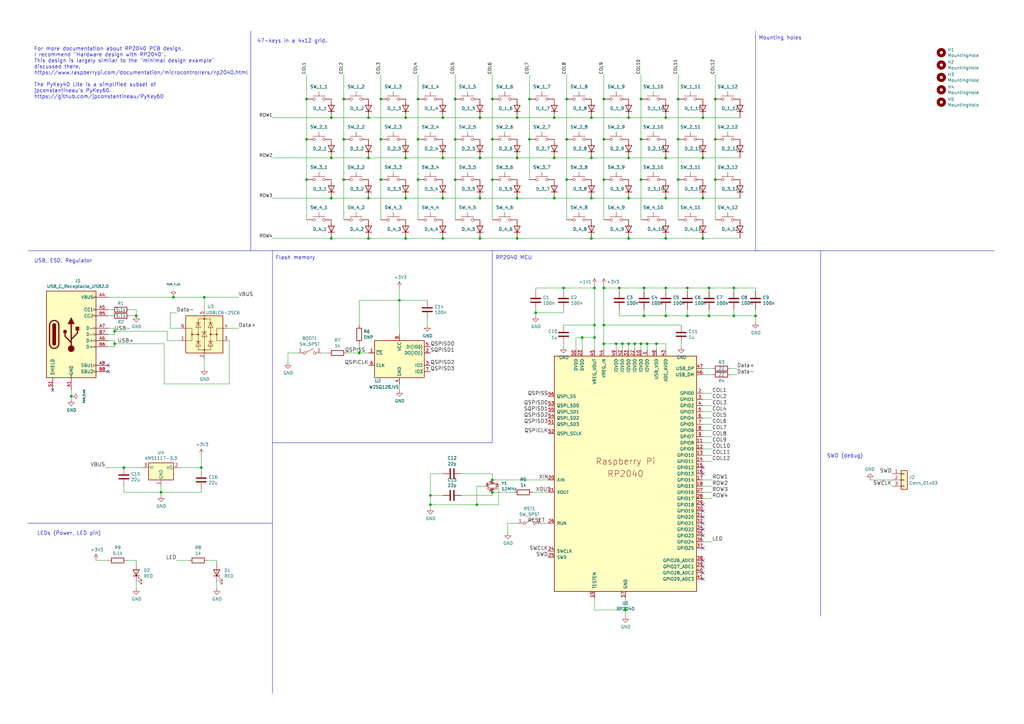
<source format=kicad_sch>
(kicad_sch (version 20250114) (generator "eeschema") (generator_version "9.0")
  (paper "A3")
  (title_block (title "PyKey40 Lite") (date "2023-06-15") (rev "2023.3") (company "Richard Goulter (rgoulter)") (comment 1 "License: CERN-OHL-W (CERN OHL v2)") (comment 2 "Project: https://github.com/rgoulter/keyboard-labs") (comment 3 "Simplified subset of PyKey60 for JJ40-style PCB."))
  (text "USB, ESD, Regulator" (at 13.97 107.95 0) (effects (font (size 1.524 1.524)) (justify left bottom)))
  (text "RP2040 MCU" (at 203.2 106.68 0) (effects (font (size 1.524 1.524)) (justify left bottom)))
  (text "LEDs (Power, LED pin)" (at 15.24 219.71 0) (effects (font (size 1.524 1.524)) (justify left bottom)))
  (text "SWD (debug)" (at 339.09 187.96 0) (effects (font (size 1.524 1.524)) (justify left bottom)))
  (text "Mounting holes" (at 311.15 16.51 0) (effects (font (size 1.524 1.524)) (justify left bottom)))
  (text "47-keys in a 4x12 grid." (at 105.41 17.78 0) (effects (font (size 1.524 1.524)) (justify left bottom)))
  (text "For more documentation about RP2040 PCB design,\nI recommend \"Hardware design with RP2040\".\nThis design is largely similar to the \"minimal design example\"\ndiscussed there.\nhttps://www.raspberrypi.com/documentation/microcontrollers/rp2040.html\n\nThe PyKey40 Lite is a simplified subset of\njpconstantineau's PyKey60.\nhttps://github.com/jpconstantineau/PyKey60" (at 13.97 40.64 0) (effects (font (size 1.524 1.524)) (justify left bottom)))
  (text "Flash memory" (at 113.03 106.68 0) (effects (font (size 1.524 1.524)) (justify left bottom)))
  (junction (at 288.29 64.77))
  (junction (at 196.85 97.79))
  (junction (at 217.17 40.64))
  (junction (at 151.13 64.77))
  (junction (at 147.32 144.78))
  (junction (at 171.45 73.66))
  (junction (at 232.41 40.64))
  (junction (at 238.76 138.43))
  (junction (at 300.99 118.11))
  (junction (at 135.89 97.79))
  (junction (at 242.57 48.26))
  (junction (at 269.24 140.97))
  (junction (at 278.13 73.66))
  (junction (at 125.73 40.64))
  (junction (at 201.93 201.93))
  (junction (at 243.84 133.35))
  (junction (at 256.54 250.19))
  (junction (at 181.61 48.26))
  (junction (at 260.35 140.97))
  (junction (at 247.65 133.35))
  (junction (at 247.65 73.66))
  (junction (at 262.89 140.97))
  (junction (at 293.37 73.66))
  (junction (at 264.16 118.11))
  (junction (at 257.81 48.26))
  (junction (at 247.65 40.64))
  (junction (at 50.8 191.77))
  (junction (at 232.41 73.66))
  (junction (at 262.89 73.66))
  (junction (at 186.69 57.15))
  (junction (at 257.81 97.79))
  (junction (at 231.14 118.11))
  (junction (at 135.89 64.77))
  (junction (at 273.05 118.11))
  (junction (at 156.21 40.64))
  (junction (at 171.45 40.64))
  (junction (at 66.04 201.93))
  (junction (at 227.33 48.26))
  (junction (at 135.89 48.26))
  (junction (at 201.93 57.15))
  (junction (at 273.05 64.77))
  (junction (at 232.41 57.15))
  (junction (at 166.37 97.79))
  (junction (at 212.09 64.77))
  (junction (at 247.65 140.97))
  (junction (at 166.37 48.26))
  (junction (at 242.57 64.77))
  (junction (at 135.89 81.28))
  (junction (at 125.73 73.66))
  (junction (at 273.05 48.26))
  (junction (at 181.61 81.28))
  (junction (at 176.53 207.01))
  (junction (at 82.55 191.77))
  (junction (at 201.93 196.85))
  (junction (at 242.57 97.79))
  (junction (at 262.89 57.15))
  (junction (at 195.58 207.01))
  (junction (at 151.13 81.28))
  (junction (at 176.53 203.2))
  (junction (at 181.61 97.79))
  (junction (at 46.99 140.97))
  (junction (at 243.84 118.11))
  (junction (at 196.85 81.28))
  (junction (at 227.33 64.77))
  (junction (at 171.45 57.15))
  (junction (at 201.93 40.64))
  (junction (at 242.57 81.28))
  (junction (at 166.37 81.28))
  (junction (at 140.97 57.15))
  (junction (at 212.09 48.26))
  (junction (at 46.99 135.89))
  (junction (at 212.09 81.28))
  (junction (at 201.93 73.66))
  (junction (at 255.27 140.97))
  (junction (at 257.81 140.97))
  (junction (at 273.05 129.54))
  (junction (at 163.83 123.19))
  (junction (at 55.88 129.54))
  (junction (at 288.29 48.26))
  (junction (at 186.69 40.64))
  (junction (at 290.83 129.54))
  (junction (at 71.12 121.92))
  (junction (at 212.09 97.79))
  (junction (at 309.88 129.54))
  (junction (at 290.83 118.11))
  (junction (at 262.89 40.64))
  (junction (at 140.97 40.64))
  (junction (at 151.13 97.79))
  (junction (at 273.05 81.28))
  (junction (at 264.16 129.54))
  (junction (at 156.21 57.15))
  (junction (at 166.37 64.77))
  (junction (at 278.13 40.64))
  (junction (at 257.81 64.77))
  (junction (at 281.94 129.54))
  (junction (at 186.69 73.66))
  (junction (at 125.73 57.15))
  (junction (at 288.29 81.28))
  (junction (at 288.29 97.79))
  (junction (at 140.97 73.66))
  (junction (at 293.37 57.15))
  (junction (at 196.85 64.77))
  (junction (at 151.13 48.26))
  (junction (at 254 118.11))
  (junction (at 196.85 48.26))
  (junction (at 181.61 64.77))
  (junction (at 247.65 57.15))
  (junction (at 83.82 121.92))
  (junction (at 265.43 140.97))
  (junction (at 300.99 129.54))
  (junction (at 281.94 118.11))
  (junction (at 252.73 140.97))
  (junction (at 293.37 40.64))
  (junction (at 156.21 73.66))
  (junction (at 278.13 57.15))
  (junction (at 217.17 57.15))
  (junction (at 219.71 128.27))
  (junction (at 29.21 162.56))
  (junction (at 227.33 81.28))
  (junction (at 273.05 97.79))
  (junction (at 247.65 118.11))
  (junction (at 243.84 138.43))
  (junction (at 257.81 81.28))
  (no_connect (at 288.29 191.77))
  (no_connect (at 44.45 152.4))
  (no_connect (at 44.45 149.86))
  (no_connect (at 288.29 229.87))
  (no_connect (at 288.29 234.95))
  (no_connect (at 288.29 209.55))
  (no_connect (at 288.29 212.09))
  (no_connect (at 288.29 237.49))
  (no_connect (at 288.29 194.31))
  (no_connect (at 288.29 214.63))
  (no_connect (at 288.29 217.17))
  (no_connect (at 288.29 219.71))
  (no_connect (at 288.29 232.41))
  (no_connect (at 288.29 207.01))
  (no_connect (at 21.59 160.02))
  (no_connect (at 288.29 224.79))
  (wire (pts (xy 265.43 140.97) (xy 262.89 140.97)))
  (wire (pts (xy 93.98 134.62) (xy 97.79 134.62)))
  (wire (pts (xy 292.1 184.15) (xy 288.29 184.15)))
  (wire (pts (xy 82.55 191.77) (xy 82.55 193.04)))
  (wire (pts (xy 83.82 147.32) (xy 83.82 151.13)))
  (wire (pts (xy 199.39 199.39) (xy 195.58 199.39)))
  (wire (pts (xy 300.99 118.11) (xy 290.83 118.11)))
  (wire (pts (xy 125.73 30.48) (xy 125.73 40.64)))
  (wire (pts (xy 292.1 204.47) (xy 288.29 204.47)))
  (wire (pts (xy 273.05 81.28) (xy 288.29 81.28)))
  (wire (pts (xy 201.93 57.15) (xy 201.93 73.66)))
  (wire (pts (xy 256.54 250.19) (xy 256.54 252.73)))
  (wire (pts (xy 236.22 143.51) (xy 236.22 138.43)))
  (wire (pts (xy 278.13 30.48) (xy 278.13 40.64)))
  (wire (pts (xy 176.53 203.2) (xy 176.53 207.01)))
  (wire (pts (xy 181.61 81.28) (xy 196.85 81.28)))
  (wire (pts (xy 201.93 30.48) (xy 201.93 40.64)))
  (wire (pts (xy 254 127) (xy 254 129.54)))
  (wire (pts (xy 171.45 73.66) (xy 171.45 90.17)))
  (wire (pts (xy 45.72 129.54) (xy 44.45 129.54)))
  (wire (pts (xy 279.4 140.97) (xy 279.4 142.24)))
  (wire (pts (xy 196.85 64.77) (xy 181.61 64.77)))
  (wire (pts (xy 292.1 153.67) (xy 288.29 153.67)))
  (wire (pts (xy 176.53 194.31) (xy 176.53 203.2)))
  (wire (pts (xy 293.37 30.48) (xy 293.37 40.64)))
  (wire (pts (xy 151.13 97.79) (xy 135.89 97.79)))
  (wire (pts (xy 252.73 143.51) (xy 252.73 140.97)))
  (wire (pts (xy 212.09 64.77) (xy 227.33 64.77)))
  (wire (pts (xy 288.29 168.91) (xy 292.1 168.91)))
  (wire (pts (xy 290.83 127) (xy 290.83 129.54)))
  (wire (pts (xy 288.29 97.79) (xy 273.05 97.79)))
  (wire (pts (xy 73.66 134.62) (xy 69.85 134.62)))
  (wire (pts (xy 196.85 81.28) (xy 212.09 81.28)))
  (wire (pts (xy 290.83 118.11) (xy 281.94 118.11)))
  (wire (pts (xy 255.27 143.51) (xy 255.27 140.97)))
  (wire (pts (xy 175.26 133.35) (xy 175.26 130.81)))
  (wire (pts (xy 299.72 151.13) (xy 302.26 151.13)))
  (wire (pts (xy 186.69 40.64) (xy 186.69 57.15)))
  (wire (pts (xy 53.34 129.54) (xy 55.88 129.54)))
  (wire (pts (xy 175.26 123.19) (xy 163.83 123.19)))
  (wire (pts (xy 212.09 81.28) (xy 227.33 81.28)))
  (wire (pts (xy 171.45 57.15) (xy 171.45 73.66)))
  (wire (pts (xy 273.05 81.28) (xy 257.81 81.28)))
  (wire (pts (xy 163.83 123.19) (xy 163.83 137.16)))
  (wire (pts (xy 243.84 133.35) (xy 231.14 133.35)))
  (wire (pts (xy 50.8 201.93) (xy 66.04 201.93)))
  (wire (pts (xy 247.65 143.51) (xy 247.65 140.97)))
  (polyline (pts (xy 336.55 102.87) (xy 336.55 252.73)))
  (wire (pts (xy 93.98 139.7) (xy 93.98 157.48)))
  (wire (pts (xy 309.88 118.11) (xy 300.99 118.11)))
  (wire (pts (xy 309.88 119.38) (xy 309.88 118.11)))
  (wire (pts (xy 257.81 48.26) (xy 273.05 48.26)))
  (wire (pts (xy 247.65 118.11) (xy 247.65 116.84)))
  (wire (pts (xy 67.31 157.48) (xy 93.98 157.48)))
  (wire (pts (xy 262.89 140.97) (xy 260.35 140.97)))
  (wire (pts (xy 208.28 214.63) (xy 208.28 218.44)))
  (wire (pts (xy 46.99 139.7) (xy 46.99 140.97)))
  (wire (pts (xy 292.1 199.39) (xy 288.29 199.39)))
  (wire (pts (xy 52.07 229.87) (xy 55.88 229.87)))
  (wire (pts (xy 243.84 118.11) (xy 243.84 116.84)))
  (wire (pts (xy 181.61 203.2) (xy 176.53 203.2)))
  (wire (pts (xy 264.16 129.54) (xy 273.05 129.54)))
  (wire (pts (xy 212.09 214.63) (xy 208.28 214.63)))
  (wire (pts (xy 201.93 201.93) (xy 201.93 203.2)))
  (wire (pts (xy 195.58 199.39) (xy 195.58 207.01)))
  (polyline (pts (xy 111.76 102.87) (xy 111.76 284.48)))
  (wire (pts (xy 217.17 30.48) (xy 217.17 40.64)))
  (wire (pts (xy 232.41 57.15) (xy 232.41 73.66)))
  (wire (pts (xy 292.1 196.85) (xy 288.29 196.85)))
  (wire (pts (xy 44.45 121.92) (xy 71.12 121.92)))
  (wire (pts (xy 166.37 81.28) (xy 181.61 81.28)))
  (wire (pts (xy 156.21 30.48) (xy 156.21 40.64)))
  (wire (pts (xy 303.53 97.79) (xy 288.29 97.79)))
  (wire (pts (xy 82.55 186.69) (xy 82.55 191.77)))
  (wire (pts (xy 231.14 127) (xy 231.14 128.27)))
  (wire (pts (xy 69.85 128.27) (xy 72.39 128.27)))
  (wire (pts (xy 232.41 40.64) (xy 232.41 57.15)))
  (wire (pts (xy 212.09 48.26) (xy 227.33 48.26)))
  (wire (pts (xy 281.94 127) (xy 281.94 129.54)))
  (wire (pts (xy 201.93 73.66) (xy 201.93 90.17)))
  (wire (pts (xy 265.43 143.51) (xy 265.43 140.97)))
  (wire (pts (xy 257.81 64.77) (xy 273.05 64.77)))
  (wire (pts (xy 262.89 57.15) (xy 262.89 73.66)))
  (wire (pts (xy 151.13 64.77) (xy 166.37 64.77)))
  (wire (pts (xy 260.35 140.97) (xy 257.81 140.97)))
  (wire (pts (xy 264.16 119.38) (xy 264.16 118.11)))
  (wire (pts (xy 232.41 30.48) (xy 232.41 40.64)))
  (wire (pts (xy 278.13 40.64) (xy 278.13 57.15)))
  (wire (pts (xy 151.13 48.26) (xy 166.37 48.26)))
  (wire (pts (xy 257.81 140.97) (xy 255.27 140.97)))
  (polyline (pts (xy 11.43 214.63) (xy 111.76 214.63)))
  (wire (pts (xy 262.89 73.66) (xy 262.89 90.17)))
  (wire (pts (xy 260.35 143.51) (xy 260.35 140.97)))
  (polyline (pts (xy 102.87 12.7) (xy 102.87 102.87)))
  (wire (pts (xy 219.71 129.54) (xy 219.71 128.27)))
  (wire (pts (xy 288.29 179.07) (xy 292.1 179.07)))
  (wire (pts (xy 273.05 97.79) (xy 257.81 97.79)))
  (wire (pts (xy 254 129.54) (xy 264.16 129.54)))
  (wire (pts (xy 140.97 57.15) (xy 140.97 73.66)))
  (wire (pts (xy 273.05 140.97) (xy 269.24 140.97)))
  (wire (pts (xy 273.05 127) (xy 273.05 129.54)))
  (wire (pts (xy 140.97 73.66) (xy 140.97 90.17)))
  (wire (pts (xy 302.26 153.67) (xy 299.72 153.67)))
  (wire (pts (xy 217.17 57.15) (xy 217.17 73.66)))
  (wire (pts (xy 238.76 138.43) (xy 243.84 138.43)))
  (wire (pts (xy 46.99 135.89) (xy 46.99 137.16)))
  (wire (pts (xy 125.73 40.64) (xy 125.73 57.15)))
  (wire (pts (xy 204.47 207.01) (xy 195.58 207.01)))
  (wire (pts (xy 300.99 119.38) (xy 300.99 118.11)))
  (wire (pts (xy 186.69 73.66) (xy 186.69 90.17)))
  (wire (pts (xy 288.29 48.26) (xy 303.53 48.26)))
  (polyline (pts (xy 309.88 102.87) (xy 311.15 102.87)))
  (wire (pts (xy 171.45 30.48) (xy 171.45 40.64)))
  (wire (pts (xy 163.83 160.02) (xy 163.83 157.48)))
  (wire (pts (xy 196.85 97.79) (xy 181.61 97.79)))
  (wire (pts (xy 273.05 48.26) (xy 288.29 48.26)))
  (wire (pts (xy 279.4 133.35) (xy 247.65 133.35)))
  (wire (pts (xy 195.58 207.01) (xy 176.53 207.01)))
  (wire (pts (xy 247.65 73.66) (xy 247.65 90.17)))
  (wire (pts (xy 125.73 73.66) (xy 125.73 90.17)))
  (wire (pts (xy 262.89 30.48) (xy 262.89 40.64)))
  (wire (pts (xy 67.31 140.97) (xy 67.31 157.48)))
  (wire (pts (xy 166.37 97.79) (xy 151.13 97.79)))
  (wire (pts (xy 254 119.38) (xy 254 118.11)))
  (wire (pts (xy 231.14 118.11) (xy 219.71 118.11)))
  (wire (pts (xy 278.13 73.66) (xy 278.13 90.17)))
  (wire (pts (xy 156.21 57.15) (xy 156.21 73.66)))
  (wire (pts (xy 29.21 162.56) (xy 29.21 163.83)))
  (wire (pts (xy 288.29 166.37) (xy 292.1 166.37)))
  (wire (pts (xy 181.61 48.26) (xy 196.85 48.26)))
  (wire (pts (xy 288.29 176.53) (xy 292.1 176.53)))
  (wire (pts (xy 125.73 57.15) (xy 125.73 73.66)))
  (wire (pts (xy 135.89 48.26) (xy 111.76 48.26)))
  (wire (pts (xy 309.88 129.54) (xy 309.88 132.08)))
  (wire (pts (xy 212.09 97.79) (xy 196.85 97.79)))
  (wire (pts (xy 39.37 229.87) (xy 44.45 229.87)))
  (wire (pts (xy 73.66 191.77) (xy 82.55 191.77)))
  (wire (pts (xy 255.27 140.97) (xy 252.73 140.97)))
  (wire (pts (xy 290.83 119.38) (xy 290.83 118.11)))
  (polyline (pts (xy 201.93 181.61) (xy 111.76 181.61)))
  (wire (pts (xy 278.13 57.15) (xy 278.13 73.66)))
  (wire (pts (xy 227.33 48.26) (xy 242.57 48.26)))
  (wire (pts (xy 83.82 121.92) (xy 83.82 127)))
  (wire (pts (xy 132.08 144.78) (xy 134.62 144.78)))
  (wire (pts (xy 147.32 140.97) (xy 147.32 144.78)))
  (wire (pts (xy 288.29 163.83) (xy 292.1 163.83)))
  (wire (pts (xy 135.89 64.77) (xy 151.13 64.77)))
  (wire (pts (xy 53.34 127) (xy 55.88 127)))
  (wire (pts (xy 176.53 207.01) (xy 176.53 208.28)))
  (wire (pts (xy 68.58 139.7) (xy 68.58 135.89)))
  (wire (pts (xy 186.69 30.48) (xy 186.69 40.64)))
  (wire (pts (xy 46.99 137.16) (xy 44.45 137.16)))
  (wire (pts (xy 142.24 144.78) (xy 147.32 144.78)))
  (wire (pts (xy 72.39 229.87) (xy 77.47 229.87)))
  (wire (pts (xy 118.11 144.78) (xy 118.11 148.59)))
  (wire (pts (xy 88.9 238.76) (xy 88.9 241.3)))
  (wire (pts (xy 288.29 189.23) (xy 292.1 189.23)))
  (wire (pts (xy 243.84 250.19) (xy 256.54 250.19)))
  (wire (pts (xy 242.57 81.28) (xy 257.81 81.28)))
  (wire (pts (xy 247.65 140.97) (xy 247.65 133.35)))
  (wire (pts (xy 46.99 140.97) (xy 67.31 140.97)))
  (wire (pts (xy 210.82 201.93) (xy 201.93 201.93)))
  (wire (pts (xy 252.73 140.97) (xy 247.65 140.97)))
  (wire (pts (xy 69.85 134.62) (xy 69.85 128.27)))
  (wire (pts (xy 273.05 119.38) (xy 273.05 118.11)))
  (wire (pts (xy 204.47 199.39) (xy 204.47 207.01)))
  (wire (pts (xy 247.65 57.15) (xy 247.65 73.66)))
  (wire (pts (xy 135.89 64.77) (xy 111.76 64.77)))
  (wire (pts (xy 288.29 171.45) (xy 292.1 171.45)))
  (polyline (pts (xy 11.43 102.87) (xy 407.67 102.87)))
  (wire (pts (xy 156.21 40.64) (xy 156.21 57.15)))
  (wire (pts (xy 44.45 139.7) (xy 46.99 139.7)))
  (wire (pts (xy 293.37 73.66) (xy 293.37 90.17)))
  (wire (pts (xy 212.09 97.79) (xy 242.57 97.79)))
  (wire (pts (xy 243.84 133.35) (xy 243.84 118.11)))
  (wire (pts (xy 290.83 129.54) (xy 300.99 129.54)))
  (wire (pts (xy 288.29 201.93) (xy 292.1 201.93)))
  (wire (pts (xy 222.25 214.63) (xy 224.79 214.63)))
  (wire (pts (xy 219.71 118.11) (xy 219.71 119.38)))
  (wire (pts (xy 66.04 199.39) (xy 66.04 201.93)))
  (wire (pts (xy 181.61 97.79) (xy 166.37 97.79)))
  (wire (pts (xy 288.29 181.61) (xy 292.1 181.61)))
  (wire (pts (xy 85.09 229.87) (xy 88.9 229.87)))
  (wire (pts (xy 247.65 30.48) (xy 247.65 40.64)))
  (wire (pts (xy 262.89 143.51) (xy 262.89 140.97)))
  (wire (pts (xy 50.8 191.77) (xy 58.42 191.77)))
  (wire (pts (xy 140.97 40.64) (xy 140.97 57.15)))
  (wire (pts (xy 224.79 196.85) (xy 201.93 196.85)))
  (wire (pts (xy 288.29 161.29) (xy 292.1 161.29)))
  (wire (pts (xy 163.83 118.11) (xy 163.83 123.19)))
  (wire (pts (xy 247.65 40.64) (xy 247.65 57.15)))
  (wire (pts (xy 55.88 127) (xy 55.88 129.54)))
  (wire (pts (xy 83.82 121.92) (xy 97.79 121.92)))
  (wire (pts (xy 243.84 118.11) (xy 231.14 118.11)))
  (wire (pts (xy 196.85 64.77) (xy 212.09 64.77)))
  (wire (pts (xy 88.9 229.87) (xy 88.9 231.14)))
  (wire (pts (xy 231.14 119.38) (xy 231.14 118.11)))
  (wire (pts (xy 236.22 138.43) (xy 238.76 138.43)))
  (polyline (pts (xy 201.93 102.87) (xy 201.93 181.61)))
  (wire (pts (xy 288.29 186.69) (xy 292.1 186.69)))
  (wire (pts (xy 73.66 139.7) (xy 68.58 139.7)))
  (wire (pts (xy 227.33 81.28) (xy 242.57 81.28)))
  (wire (pts (xy 273.05 129.54) (xy 281.94 129.54)))
  (wire (pts (xy 262.89 40.64) (xy 262.89 57.15)))
  (wire (pts (xy 243.84 138.43) (xy 243.84 133.35)))
  (wire (pts (xy 264.16 127) (xy 264.16 129.54)))
  (wire (pts (xy 243.84 245.11) (xy 243.84 250.19)))
  (wire (pts (xy 201.93 203.2) (xy 189.23 203.2)))
  (wire (pts (xy 121.92 144.78) (xy 118.11 144.78)))
  (wire (pts (xy 269.24 140.97) (xy 265.43 140.97)))
  (wire (pts (xy 71.12 121.92) (xy 83.82 121.92)))
  (wire (pts (xy 288.29 151.13) (xy 292.1 151.13)))
  (wire (pts (xy 29.21 160.02) (xy 29.21 162.56)))
  (wire (pts (xy 273.05 64.77) (xy 288.29 64.77)))
  (wire (pts (xy 288.29 222.25) (xy 292.1 222.25)))
  (wire (pts (xy 151.13 144.78) (xy 147.32 144.78)))
  (wire (pts (xy 254 118.11) (xy 247.65 118.11)))
  (wire (pts (xy 269.24 143.51) (xy 269.24 140.97)))
  (wire (pts (xy 46.99 140.97) (xy 46.99 142.24)))
  (wire (pts (xy 43.18 191.77) (xy 50.8 191.77)))
  (wire (pts (xy 264.16 118.11) (xy 254 118.11)))
  (wire (pts (xy 242.57 64.77) (xy 257.81 64.77)))
  (polyline (pts (xy 309.88 12.7) (xy 309.88 102.87)))
  (wire (pts (xy 201.93 194.31) (xy 189.23 194.31)))
  (wire (pts (xy 135.89 97.79) (xy 111.76 97.79)))
  (wire (pts (xy 151.13 81.28) (xy 166.37 81.28)))
  (wire (pts (xy 356.87 196.85) (xy 365.76 196.85)))
  (wire (pts (xy 256.54 245.11) (xy 256.54 250.19)))
  (wire (pts (xy 201.93 196.85) (xy 201.93 194.31)))
  (wire (pts (xy 293.37 40.64) (xy 293.37 57.15)))
  (wire (pts (xy 242.57 48.26) (xy 257.81 48.26)))
  (wire (pts (xy 309.88 127) (xy 309.88 129.54)))
  (wire (pts (xy 147.32 123.19) (xy 147.32 133.35)))
  (wire (pts (xy 46.99 142.24) (xy 44.45 142.24)))
  (wire (pts (xy 257.81 143.51) (xy 257.81 140.97)))
  (wire (pts (xy 186.69 57.15) (xy 186.69 73.66)))
  (wire (pts (xy 300.99 129.54) (xy 309.88 129.54)))
  (wire (pts (xy 181.61 194.31) (xy 176.53 194.31)))
  (wire (pts (xy 281.94 129.54) (xy 290.83 129.54)))
  (wire (pts (xy 217.17 40.64) (xy 217.17 57.15)))
  (wire (pts (xy 82.55 200.66) (xy 82.55 201.93)))
  (wire (pts (xy 82.55 201.93) (xy 66.04 201.93)))
  (wire (pts (xy 288.29 64.77) (xy 303.53 64.77)))
  (wire (pts (xy 257.81 97.79) (xy 242.57 97.79)))
  (wire (pts (xy 163.83 123.19) (xy 147.32 123.19)))
  (wire (pts (xy 156.21 73.66) (xy 156.21 90.17)))
  (wire (pts (xy 135.89 48.26) (xy 151.13 48.26)))
  (wire (pts (xy 166.37 48.26) (xy 181.61 48.26)))
  (wire (pts (xy 46.99 134.62) (xy 46.99 135.89)))
  (wire (pts (xy 293.37 57.15) (xy 293.37 73.66)))
  (wire (pts (xy 171.45 40.64) (xy 171.45 57.15)))
  (wire (pts (xy 44.45 134.62) (xy 46.99 134.62)))
  (wire (pts (xy 231.14 128.27) (xy 219.71 128.27)))
  (wire (pts (xy 135.89 81.28) (xy 151.13 81.28)))
  (wire (pts (xy 273.05 143.51) (xy 273.05 140.97)))
  (wire (pts (xy 166.37 64.77) (xy 181.61 64.77)))
  (wire (pts (xy 238.76 143.51) (xy 238.76 138.43)))
  (wire (pts (xy 46.99 135.89) (xy 68.58 135.89)))
  (wire (pts (xy 66.04 201.93) (xy 66.04 203.2)))
  (wire (pts (xy 55.88 229.87) (xy 55.88 231.14)))
  (wire (pts (xy 135.89 81.28) (xy 111.76 81.28)))
  (wire (pts (xy 44.45 127) (xy 45.72 127)))
  (wire (pts (xy 303.53 81.28) (xy 288.29 81.28)))
  (wire (pts (xy 273.05 118.11) (xy 264.16 118.11)))
  (wire (pts (xy 224.79 201.93) (xy 218.44 201.93)))
  (wire (pts (xy 247.65 133.35) (xy 247.65 118.11)))
  (wire (pts (xy 300.99 127) (xy 300.99 129.54)))
  (wire (pts (xy 55.88 238.76) (xy 55.88 241.3)))
  (wire (pts (xy 231.14 140.97) (xy 231.14 142.24)))
  (wire (pts (xy 212.09 48.26) (xy 196.85 48.26)))
  (wire (pts (xy 50.8 199.39) (xy 50.8 201.93)))
  (wire (pts (xy 219.71 128.27) (xy 219.71 127)))
  (wire (pts (xy 140.97 30.48) (xy 140.97 40.64)))
  (wire (pts (xy 227.33 64.77) (xy 242.57 64.77)))
  (wire (pts (xy 232.41 73.66) (xy 232.41 90.17)))
  (wire (pts (xy 243.84 143.51) (xy 243.84 138.43)))
  (wire (pts (xy 281.94 119.38) (xy 281.94 118.11)))
  (wire (pts (xy 281.94 118.11) (xy 273.05 118.11)))
  (wire (pts (xy 201.93 40.64) (xy 201.93 57.15)))
  (wire (pts (xy 288.29 173.99) (xy 292.1 173.99)))
  (label "USB+" (at 48.26 140.97 0) (effects (font (size 1.524 1.524))))
  (label "ROW1" (at 111.76 48.26 180))
  (label "COL3" (at 156.21 30.48 90))
  (label "COL1" (at 292.1 161.29 0) (effects (font (size 1.524 1.524))))
  (label "VBUS" (at 43.18 191.77 180) (effects (font (size 1.524 1.524))))
  (label "COL11" (at 292.1 186.69 0) (effects (font (size 1.524 1.524))))
  (label "ROW3" (at 111.76 81.28 180))
  (label "COL7" (at 292.1 176.53 0) (effects (font (size 1.524 1.524))))
  (label "COL12" (at 293.37 30.48 90))
  (label "COL2" (at 140.97 30.48 90))
  (label "RESET" (at 223.52 214.63 180) (effects (font (size 1.524 1.524))))
  (label "ROW2" (at 111.76 64.77 180))
  (label "VBUS" (at 97.79 121.92 0) (effects (font (size 1.524 1.524))))
  (label "COL6" (at 201.93 30.48 90))
  (label "XOUT" (at 219.71 201.93 0) (effects (font (size 1.524 1.524))))
  (label "ROW4" (at 292.1 204.47 0) (effects (font (size 1.524 1.524))))
  (label "SWCLK" (at 224.79 226.06 180) (effects (font (size 1.524 1.524))))
  (label "ROW4" (at 111.76 97.79 180))
  (label "QSPISD3" (at 224.79 173.99 180) (effects (font (size 1.524 1.524))))
  (label "USB-" (at 46.99 135.89 0) (effects (font (size 1.524 1.524))))
  (label "QSPISS" (at 224.79 162.56 180) (effects (font (size 1.524 1.524))))
  (label "COL8" (at 232.41 30.48 90))
  (label "LED" (at 72.39 229.87 180) (effects (font (size 1.524 1.524))))
  (label "QSPICLK" (at 151.13 149.86 180) (effects (font (size 1.524 1.524))))
  (label "SWCLK" (at 365.76 199.39 180) (effects (font (size 1.524 1.524))))
  (label "Data+" (at 302.26 151.13 0) (effects (font (size 1.524 1.524))))
  (label "COL9" (at 247.65 30.48 90))
  (label "Data+" (at 97.79 134.62 0) (effects (font (size 1.524 1.524))))
  (label "QSPISS" (at 149.86 144.78 180) (effects (font (size 1.524 1.524))))
  (label "QSPICLK" (at 224.79 177.8 180) (effects (font (size 1.524 1.524))))
  (label "COL1" (at 125.73 30.48 90))
  (label "COL4" (at 292.1 168.91 0) (effects (font (size 1.524 1.524))))
  (label "COL3" (at 292.1 166.37 0) (effects (font (size 1.524 1.524))))
  (label "SWD" (at 365.76 194.31 180) (effects (font (size 1.524 1.524))))
  (label "COL8" (at 292.1 179.07 0) (effects (font (size 1.524 1.524))))
  (label "QSPISD0" (at 224.79 166.37 180) (effects (font (size 1.524 1.524))))
  (label "LED" (at 292.1 222.25 0) (effects (font (size 1.524 1.524))))
  (label "SQPISD1" (at 224.79 168.91 180) (effects (font (size 1.524 1.524))))
  (label "QSPISD0" (at 176.53 142.24 0) (effects (font (size 1.524 1.524))))
  (label "COL5" (at 292.1 171.45 0) (effects (font (size 1.524 1.524))))
  (label "ROW3" (at 292.1 201.93 0) (effects (font (size 1.524 1.524))))
  (label "COL12" (at 292.1 189.23 0) (effects (font (size 1.524 1.524))))
  (label "Data-" (at 302.26 153.67 0) (effects (font (size 1.524 1.524))))
  (label "QSPISD2" (at 224.79 171.45 180) (effects (font (size 1.524 1.524))))
  (label "QSPISD2" (at 176.53 149.86 0) (effects (font (size 1.524 1.524))))
  (label "COL10" (at 292.1 184.15 0) (effects (font (size 1.524 1.524))))
  (label "COL7" (at 217.17 30.48 90))
  (label "ROW2" (at 292.1 199.39 0) (effects (font (size 1.524 1.524))))
  (label "SQPISD1" (at 176.53 144.78 0) (effects (font (size 1.524 1.524))))
  (label "COL9" (at 292.1 181.61 0) (effects (font (size 1.524 1.524))))
  (label "COL10" (at 262.89 30.48 90))
  (label "COL2" (at 292.1 163.83 0) (effects (font (size 1.524 1.524))))
  (label "ROW1" (at 292.1 196.85 0) (effects (font (size 1.524 1.524))))
  (label "Data-" (at 72.39 128.27 0) (effects (font (size 1.524 1.524))))
  (label "COL4" (at 171.45 30.48 90))
  (label "COL6" (at 292.1 173.99 0) (effects (font (size 1.524 1.524))))
  (label "XIN" (at 220.98 196.85 0) (effects (font (size 1.524 1.524))))
  (label "COL11" (at 278.13 30.48 90))
  (label "SWD" (at 224.79 228.6 180) (effects (font (size 1.524 1.524))))
  (label "QSPISD3" (at 176.53 152.4 0) (effects (font (size 1.524 1.524))))
  (label "COL5" (at 186.69 30.48 90))
  (symbol (lib_id "Connector:USB_C_Receptacle_USB2.0") (at 29.21 137.16 0) (unit 1)
    (property "Reference" "J1" (at 31.9278 115.1382 0))
    (property "Value" "USB_C_Receptacle_USB2.0" (at 31.9278 117.4496 0))
    (property "Footprint" "Connector_USB:USB_C_Receptacle_HRO_TYPE-C-31-M-12" (effects (hide yes)))
    (property "Datasheet" "https://www.usb.org/sites/default/files/documents/usb_type-c.zip" (effects (hide yes)))
  )
  (symbol (lib_id "power:GND") (at 29.21 163.83 0) (unit 1)
    (property "Reference" "#PWR03" (effects (hide yes)))
    (property "Value" "GND" (at 29.337 168.2242 0))
  )
  (symbol (lib_id "MCU_RaspberryPi_RP2040:RP2040") (at 256.54 194.31 0) (unit 1)
    (property "Reference" "U1" (at 256.54 247.3706 0))
    (property "Value" "RP2040" (at 256.54 249.682 0))
    (property "Footprint" "RP2040_minimal:RP2040-QFN-56" (effects (hide yes)))
    (property "LCSC" "C2040" (effects (hide yes)))
  )
  (symbol (lib_id "Memory_Flash:W25Q128JVS") (at 163.83 147.32 0) (unit 1)
    (property "Reference" "U2" (at 154.94 156.21 0))
    (property "Value" "W25Q128JVS" (at 157.48 158.75 0))
    (property "Footprint" "Package_SO:SOIC-8_5.23x5.23mm_P1.27mm" (effects (hide yes)))
    (property "Datasheet" "http://www.winbond.com/resource-files/w25q128jv_dtr%20revc%2003272018%20plus.pdf" (effects (hide yes)))
    (property "LCSC" "C97521" (effects (hide yes)))
  )
  (symbol (lib_id "Power_Protection:USBLC6-2SC6") (at 83.82 137.16 0) (unit 1)
    (property "Reference" "U3" (at 86.36 125.73 0))
    (property "Value" "USBLC6-2SC6" (at 91.44 128.27 0))
    (property "Footprint" "Package_TO_SOT_SMD:SOT-23-6" (effects (hide yes)))
    (property "Datasheet" "https://www.st.com/resource/en/datasheet/usblc6-2.pdf" (effects (hide yes)))
    (property "LCSC" "C558442" (effects (hide yes)))
  )
  (symbol (lib_id "power:GND") (at 83.82 151.13 0) (unit 1)
    (property "Reference" "#PWR02" (effects (hide yes)))
    (property "Value" "GND" (at 83.947 155.5242 0))
  )
  (symbol (lib_id "Device:R") (at 49.53 127 270) (unit 1)
    (property "Reference" "R1" (at 49.53 124.46 90))
    (property "Value" "5.1k" (at 49.53 127 90))
    (property "Footprint" "Resistor_SMD:R_0603_1608Metric" (effects (hide yes)))
    (property "LCSC" "C23186" (effects (hide yes)))
  )
  (symbol (lib_id "Device:R") (at 49.53 129.54 270) (unit 1)
    (property "Reference" "R2" (at 49.53 132.08 90))
    (property "Value" "5.1k" (at 49.53 129.54 90))
    (property "Footprint" "Resistor_SMD:R_0603_1608Metric" (effects (hide yes)))
    (property "LCSC" "C23186" (effects (hide yes)))
  )
  (symbol (lib_id "power:GND") (at 55.88 129.54 0) (unit 1)
    (property "Reference" "#PWR01" (effects (hide yes)))
    (property "Value" "GND" (at 56.007 133.9342 0))
  )
  (symbol (lib_id "Device:R") (at 138.43 144.78 270) (unit 1)
    (property "Reference" "R7" (at 138.43 139.5222 90))
    (property "Value" "1k" (at 138.43 141.8336 90))
    (property "Footprint" "Resistor_SMD:R_0603_1608Metric" (effects (hide yes)))
    (property "LCSC" "C21190" (effects (hide yes)))
  )
  (symbol (lib_id "Device:R") (at 147.32 137.16 180) (unit 1)
    (property "Reference" "R6" (at 149.098 135.9916 0) (effects (justify right)))
    (property "Value" "DNP" (at 149.098 138.303 0) (effects (justify right)))
    (property "Footprint" "Resistor_SMD:R_0603_1608Metric" (effects (hide yes)))
  )
  (symbol (lib_id "Device:C") (at 175.26 127 0) (unit 1)
    (property "Reference" "C14" (at 178.181 125.8316 0) (effects (justify left)))
    (property "Value" "100n" (at 178.181 128.143 0) (effects (justify left)))
    (property "Footprint" "Capacitor_SMD:C_0603_1608Metric" (effects (hide yes)))
    (property "LCSC" "C14663" (effects (hide yes)))
  )
  (symbol (lib_id "power:GND") (at 163.83 160.02 0) (unit 1)
    (property "Reference" "#PWR0101" (effects (hide yes)))
    (property "Value" "GND" (at 163.957 164.4142 0))
  )
  (symbol (lib_id "power:GND") (at 118.11 148.59 0) (unit 1)
    (property "Reference" "#PWR0102" (effects (hide yes)))
    (property "Value" "GND" (at 118.237 152.9842 0))
  )
  (symbol (lib_id "power:GND") (at 175.26 133.35 0) (unit 1)
    (property "Reference" "#PWR0103" (effects (hide yes)))
    (property "Value" "GND" (at 175.387 137.7442 0))
  )
  (symbol (lib_id "power:GND") (at 256.54 252.73 0) (unit 1)
    (property "Reference" "#PWR0104" (effects (hide yes)))
    (property "Value" "GND" (at 256.667 257.1242 0))
  )
  (symbol (lib_id "Switch:SW_SPST") (at 217.17 214.63 0) (unit 1)
    (property "Reference" "RST1" (at 217.17 208.661 0))
    (property "Value" "SW_SPST" (at 217.17 210.9724 0))
    (property "Footprint" "Connector_Wire:SolderWire-0.5sqmm_1x02_P4.6mm_D0.9mm_OD2.1mm" (effects (hide yes)))
  )
  (symbol (lib_id "power:GND") (at 208.28 218.44 0) (unit 1)
    (property "Reference" "#PWR0105" (effects (hide yes)))
    (property "Value" "GND" (at 208.407 222.8342 0))
  )
  (symbol (lib_id "Device:R") (at 295.91 151.13 270) (unit 1)
    (property "Reference" "R3" (at 295.91 148.59 90))
    (property "Value" "22" (at 295.91 151.13 90))
    (property "Footprint" "Resistor_SMD:R_0603_1608Metric" (effects (hide yes)))
    (property "LCSC" "C23345" (effects (hide yes)))
  )
  (symbol (lib_id "Device:R") (at 295.91 153.67 270) (unit 1)
    (property "Reference" "R4" (at 295.91 156.21 90))
    (property "Value" "22" (at 295.91 153.67 90))
    (property "Footprint" "Resistor_SMD:R_0603_1608Metric" (effects (hide yes)))
    (property "LCSC" "C23345" (effects (hide yes)))
  )
  (symbol (lib_id "power:+1V1") (at 243.84 116.84 0) (unit 1)
    (property "Reference" "#PWR0106" (effects (hide yes)))
    (property "Value" "+1V1" (at 240.03 115.57 0))
  )
  (symbol (lib_id "power:+3V3") (at 247.65 116.84 0) (unit 1)
    (property "Reference" "#PWR0107" (effects (hide yes)))
    (property "Value" "+3V3" (at 251.46 115.57 0))
  )
  (symbol (lib_id "power:+3V3") (at 163.83 118.11 0) (unit 1)
    (property "Reference" "#PWR0108" (effects (hide yes)))
    (property "Value" "+3V3" (at 164.211 113.7158 0))
  )
  (symbol (lib_id "Device:C") (at 254 123.19 0) (unit 1)
    (property "Reference" "C3" (at 256.921 122.0216 0) (effects (justify left)))
    (property "Value" "100n" (at 256.921 124.333 0) (effects (justify left)))
    (property "Footprint" "Capacitor_SMD:C_0603_1608Metric" (effects (hide yes)))
    (property "LCSC" "C14663" (effects (hide yes)))
  )
  (symbol (lib_id "Device:C") (at 264.16 123.19 0) (unit 1)
    (property "Reference" "C4" (at 267.081 122.0216 0) (effects (justify left)))
    (property "Value" "100n" (at 267.081 124.333 0) (effects (justify left)))
    (property "Footprint" "Capacitor_SMD:C_0603_1608Metric" (effects (hide yes)))
    (property "LCSC" "C14663" (effects (hide yes)))
  )
  (symbol (lib_id "Device:C") (at 273.05 123.19 0) (unit 1)
    (property "Reference" "C5" (at 275.971 122.0216 0) (effects (justify left)))
    (property "Value" "100n" (at 275.971 124.333 0) (effects (justify left)))
    (property "Footprint" "Capacitor_SMD:C_0603_1608Metric" (effects (hide yes)))
    (property "LCSC" "C14663" (effects (hide yes)))
  )
  (symbol (lib_id "Device:C") (at 281.94 123.19 0) (unit 1)
    (property "Reference" "C6" (at 284.861 122.0216 0) (effects (justify left)))
    (property "Value" "100n" (at 284.861 124.333 0) (effects (justify left)))
    (property "Footprint" "Capacitor_SMD:C_0603_1608Metric" (effects (hide yes)))
    (property "LCSC" "C14663" (effects (hide yes)))
  )
  (symbol (lib_id "Device:C") (at 290.83 123.19 0) (unit 1)
    (property "Reference" "C7" (at 293.751 122.0216 0) (effects (justify left)))
    (property "Value" "100n" (at 293.751 124.333 0) (effects (justify left)))
    (property "Footprint" "Capacitor_SMD:C_0603_1608Metric" (effects (hide yes)))
    (property "LCSC" "C14663" (effects (hide yes)))
  )
  (symbol (lib_id "Device:C") (at 300.99 123.19 0) (unit 1)
    (property "Reference" "C8" (at 303.911 122.0216 0) (effects (justify left)))
    (property "Value" "100n" (at 303.911 124.333 0) (effects (justify left)))
    (property "Footprint" "Capacitor_SMD:C_0603_1608Metric" (effects (hide yes)))
    (property "LCSC" "C14663" (effects (hide yes)))
  )
  (symbol (lib_id "Device:C") (at 309.88 123.19 0) (unit 1)
    (property "Reference" "C9" (at 312.801 122.0216 0) (effects (justify left)))
    (property "Value" "100n" (at 312.801 124.333 0) (effects (justify left)))
    (property "Footprint" "Capacitor_SMD:C_0603_1608Metric" (effects (hide yes)))
    (property "LCSC" "C14663" (effects (hide yes)))
  )
  (symbol (lib_id "Device:C") (at 231.14 123.19 0) (unit 1)
    (property "Reference" "C2" (at 234.061 122.0216 0) (effects (justify left)))
    (property "Value" "100n" (at 234.061 124.333 0) (effects (justify left)))
    (property "Footprint" "Capacitor_SMD:C_0603_1608Metric" (effects (hide yes)))
    (property "LCSC" "C14663" (effects (hide yes)))
  )
  (symbol (lib_id "Device:C") (at 219.71 123.19 0) (unit 1)
    (property "Reference" "C1" (at 222.631 122.0216 0) (effects (justify left)))
    (property "Value" "100n" (at 222.631 124.333 0) (effects (justify left)))
    (property "Footprint" "Capacitor_SMD:C_0603_1608Metric" (effects (hide yes)))
    (property "LCSC" "C14663" (effects (hide yes)))
  )
  (symbol (lib_id "Device:C") (at 231.14 137.16 0) (unit 1)
    (property "Reference" "C10" (at 224.79 135.89 0) (effects (justify left)))
    (property "Value" "1u" (at 226.06 138.43 0) (effects (justify left)))
    (property "Footprint" "Capacitor_SMD:C_0603_1608Metric" (effects (hide yes)))
    (property "LCSC" "C15849" (effects (hide yes)))
  )
  (symbol (lib_id "Device:C") (at 279.4 137.16 0) (unit 1)
    (property "Reference" "C11" (at 282.321 135.9916 0) (effects (justify left)))
    (property "Value" "1u" (at 282.321 138.303 0) (effects (justify left)))
    (property "Footprint" "Capacitor_SMD:C_0603_1608Metric" (effects (hide yes)))
    (property "LCSC" "C15849" (effects (hide yes)))
  )
  (symbol (lib_id "power:GND") (at 219.71 129.54 0) (unit 1)
    (property "Reference" "#PWR0109" (effects (hide yes)))
    (property "Value" "GND" (at 219.837 133.9342 0))
  )
  (symbol (lib_id "power:GND") (at 231.14 142.24 0) (unit 1)
    (property "Reference" "#PWR0110" (effects (hide yes)))
    (property "Value" "GND" (at 231.267 146.6342 0))
  )
  (symbol (lib_id "power:GND") (at 279.4 142.24 0) (unit 1)
    (property "Reference" "#PWR0111" (effects (hide yes)))
    (property "Value" "GND" (at 279.527 146.6342 0))
  )
  (symbol (lib_id "power:GND") (at 309.88 132.08 0) (unit 1)
    (property "Reference" "#PWR0112" (effects (hide yes)))
    (property "Value" "GND" (at 310.007 136.4742 0))
  )
  (symbol (lib_id "Device:Crystal_GND24_Small") (at 201.93 199.39 270) (unit 1)
    (property "Reference" "Y1" (at 205.5876 198.2216 90) (effects (justify left)))
    (property "Value" "12MHz" (at 205.5876 200.533 90) (effects (justify left)))
    (property "Footprint" "Crystal:Crystal_SMD_3225-4Pin_3.2x2.5mm" (effects (hide yes)))
    (property "LCSC" "C93114" (effects (hide yes)))
  )
  (symbol (lib_id "power:GND") (at 176.53 208.28 0) (unit 1)
    (property "Reference" "#PWR0113" (effects (hide yes)))
    (property "Value" "GND" (at 176.657 212.6742 0))
  )
  (symbol (lib_id "Device:C") (at 185.42 203.2 270) (unit 1)
    (property "Reference" "C13" (at 185.42 196.7992 90))
    (property "Value" "22p" (at 185.42 199.1106 90))
    (property "Footprint" "Capacitor_SMD:C_0603_1608Metric" (effects (hide yes)))
    (property "LCSC" "C1653" (effects (hide yes)))
  )
  (symbol (lib_id "Device:C") (at 185.42 194.31 270) (unit 1)
    (property "Reference" "C12" (at 185.42 187.9092 90))
    (property "Value" "22p" (at 185.42 190.2206 90))
    (property "Footprint" "Capacitor_SMD:C_0603_1608Metric" (effects (hide yes)))
    (property "LCSC" "C1653" (effects (hide yes)))
  )
  (symbol (lib_id "Device:R") (at 214.63 201.93 270) (unit 1)
    (property "Reference" "R5" (at 214.63 196.6722 90))
    (property "Value" "1k" (at 214.63 198.9836 90))
    (property "Footprint" "Resistor_SMD:R_0603_1608Metric" (effects (hide yes)))
    (property "LCSC" "C21190" (effects (hide yes)))
  )
  (symbol (lib_id "power:PWR_FLAG") (at 29.21 162.56 270) (unit 1)
    (property "Reference" "#FLG0102" (effects (hide yes)))
    (property "Value" "PWR_FLAG" (at 34.4932 162.56 0) (effects (font (size 0.762 0.762))))
  )
  (symbol (lib_id "Regulator_Linear:AMS1117-3.3") (at 66.04 191.77 0) (unit 1)
    (property "Reference" "U4" (at 66.04 185.6232 0))
    (property "Value" "AMS1117-3.3" (at 66.04 187.9346 0))
    (property "Footprint" "Package_TO_SOT_SMD:SOT-223-3_TabPin2" (effects (hide yes)))
    (property "Datasheet" "http://www.advanced-monolithic.com/pdf/ds1117.pdf" (effects (hide yes)))
    (property "LCSC" "C6186" (effects (hide yes)))
  )
  (symbol (lib_id "power:GND") (at 66.04 203.2 0) (unit 1)
    (property "Reference" "#PWR0114" (effects (hide yes)))
    (property "Value" "GND" (at 66.167 207.5942 0))
  )
  (symbol (lib_id "power:+3V3") (at 82.55 186.69 0) (unit 1)
    (property "Reference" "#PWR0115" (effects (hide yes)))
    (property "Value" "+3V3" (at 82.931 182.2958 0))
  )
  (symbol (lib_id "Device:C") (at 82.55 196.85 0) (unit 1)
    (property "Reference" "C16" (at 85.471 195.6816 0) (effects (justify left)))
    (property "Value" "22u" (at 85.471 197.993 0) (effects (justify left)))
    (property "Footprint" "Capacitor_SMD:C_0603_1608Metric" (effects (hide yes)))
    (property "LCSC" "C59461" (effects (hide yes)))
  )
  (symbol (lib_id "Device:C") (at 50.8 195.58 0) (unit 1)
    (property "Reference" "C15" (at 53.721 194.4116 0) (effects (justify left)))
    (property "Value" "22u" (at 53.721 196.723 0) (effects (justify left)))
    (property "Footprint" "Capacitor_SMD:C_0603_1608Metric" (effects (hide yes)))
    (property "LCSC" "C59461" (effects (hide yes)))
  )
  (symbol (lib_id "Connector_Generic:Conn_01x03") (at 370.84 196.85 0) (unit 1)
    (property "Reference" "J2" (at 372.872 195.7832 0) (effects (justify left)))
    (property "Value" "Conn_01x03" (at 372.872 198.0946 0) (effects (justify left)))
    (property "Footprint" "Connector_PinHeader_2.54mm:PinHeader_1x03_P2.54mm_Vertical" (effects (hide yes)))
  )
  (symbol (lib_id "power:GND") (at 356.87 196.85 180) (unit 1)
    (property "Reference" "#PWR04" (effects (hide yes)))
    (property "Value" "GND" (at 356.743 192.4558 0))
  )
  (symbol (lib_id "power:PWR_FLAG") (at 71.12 121.92 0) (unit 1)
    (property "Reference" "#FLG0101" (effects (hide yes)))
    (property "Value" "PWR_FLAG" (at 71.12 116.6368 0) (effects (font (size 0.762 0.762))))
  )
  (symbol (lib_id "Device:LED") (at 88.9 234.95 90) (unit 1)
    (property "Reference" "D1" (at 91.8972 233.9594 90) (effects (justify right)))
    (property "Value" "RED" (at 91.8972 236.2708 90) (effects (justify right)))
    (property "Footprint" "LED_SMD:LED_0603_1608Metric" (effects (hide yes)))
    (property "LCSC" "C2286" (effects (hide yes)))
  )
  (symbol (lib_id "Device:R") (at 81.28 229.87 270) (unit 1)
    (property "Reference" "R8" (at 81.28 224.6122 90))
    (property "Value" "1k" (at 81.28 226.9236 90))
    (property "Footprint" "Resistor_SMD:R_0603_1608Metric" (effects (hide yes)))
    (property "LCSC" "C21190" (effects (hide yes)))
  )
  (symbol (lib_id "power:GND") (at 88.9 241.3 0) (unit 1)
    (property "Reference" "#PWR05" (effects (hide yes)))
    (property "Value" "GND" (at 89.027 245.6942 0))
  )
  (symbol (lib_id "Mechanical:MountingHole") (at 386.08 41.91 0) (unit 1)
    (property "Reference" "H5" (at 388.62 40.7416 0) (effects (justify left)))
    (property "Value" "MountingHole" (at 388.62 43.053 0) (effects (justify left)))
    (property "Footprint" "MountingHole:MountingHole_2.2mm_M2_DIN965_Pad" (effects (hide yes)))
  )
  (symbol (lib_id "Mechanical:MountingHole") (at 386.08 31.75 0) (unit 1)
    (property "Reference" "H3" (at 388.62 30.5816 0) (effects (justify left)))
    (property "Value" "MountingHole" (at 388.62 32.893 0) (effects (justify left)))
    (property "Footprint" "MountingHole:MountingHole_2.2mm_M2_DIN965_Pad" (effects (hide yes)))
  )
  (symbol (lib_id "Mechanical:MountingHole") (at 386.08 21.59 0) (unit 1)
    (property "Reference" "H1" (at 388.62 20.4216 0) (effects (justify left)))
    (property "Value" "MountingHole" (at 388.62 22.733 0) (effects (justify left)))
    (property "Footprint" "MountingHole:MountingHole_2.2mm_M2_DIN965_Pad" (effects (hide yes)))
  )
  (symbol (lib_id "Mechanical:MountingHole") (at 386.08 36.83 0) (unit 1)
    (property "Reference" "H4" (at 388.62 35.6616 0) (effects (justify left)))
    (property "Value" "MountingHole" (at 388.62 37.973 0) (effects (justify left)))
    (property "Footprint" "MountingHole:MountingHole_2.2mm_M2_DIN965_Pad" (effects (hide yes)))
  )
  (symbol (lib_id "Mechanical:MountingHole") (at 386.08 26.67 0) (unit 1)
    (property "Reference" "H2" (at 388.62 25.5016 0) (effects (justify left)))
    (property "Value" "MountingHole" (at 388.62 27.813 0) (effects (justify left)))
    (property "Footprint" "MountingHole:MountingHole_2.2mm_M2_DIN965_Pad" (effects (hide yes)))
  )
  (symbol (lib_id "Device:D") (at 181.61 44.45 90) (unit 1)
    (property "Reference" "D_1_4" (at 173.99 44.45 90) (effects (justify right)))
    (property "Value" "1N4148" (effects (hide yes)))
    (property "Footprint" "Diode_SMD:D_SOD-123" (effects (hide yes)))
    (property "Description" "Diode (Through-hole or 0805)" (effects (hide yes)))
    (property "LCSC" "C81598" (effects (hide yes)))
  )
  (symbol (lib_id "Device:D") (at 288.29 60.96 90) (unit 1)
    (property "Reference" "D_2_11" (at 280.67 60.96 90) (effects (justify right)))
    (property "Value" "1N4148" (effects (hide yes)))
    (property "Footprint" "Diode_SMD:D_SOD-123" (effects (hide yes)))
    (property "Description" "Diode (Through-hole or 0805)" (effects (hide yes)))
    (property "LCSC" "C81598" (effects (hide yes)))
  )
  (symbol (lib_id "Switch:SW_Push") (at 146.05 40.64 0) (unit 1)
    (property "Reference" "SW_1_2" (at 146.05 35.56 0))
    (property "Value" "MX-compatible or Kailh Choc v1" (effects (hide yes)))
    (property "Footprint" "Switch_Keyboard_Cherry_MX:SW_Cherry_MX_PCB_1.00u" (effects (hide yes)))
    (property "Description" "Mechanical Keyboard Switch" (effects (hide yes)))
  )
  (symbol (lib_id "Device:D") (at 151.13 44.45 90) (unit 1)
    (property "Reference" "D_1_2" (at 143.51 44.45 90) (effects (justify right)))
    (property "Value" "1N4148" (effects (hide yes)))
    (property "Footprint" "Diode_SMD:D_SOD-123" (effects (hide yes)))
    (property "Description" "Diode (Through-hole or 0805)" (effects (hide yes)))
    (property "LCSC" "C81598" (effects (hide yes)))
  )
  (symbol (lib_id "Device:D") (at 212.09 93.98 90) (unit 1)
    (property "Reference" "D_4_6" (at 204.47 93.98 90) (effects (justify right)))
    (property "Value" "1N4148" (effects (hide yes)))
    (property "Footprint" "Diode_SMD:D_SOD-123" (effects (hide yes)))
    (property "Description" "Diode (Through-hole or 0805)" (effects (hide yes)))
    (property "LCSC" "C81598" (effects (hide yes)))
  )
  (symbol (lib_id "Device:D") (at 227.33 44.45 90) (unit 1)
    (property "Reference" "D_1_7" (at 219.71 44.45 90) (effects (justify right)))
    (property "Value" "1N4148" (effects (hide yes)))
    (property "Footprint" "Diode_SMD:D_SOD-123" (effects (hide yes)))
    (property "Description" "Diode (Through-hole or 0805)" (effects (hide yes)))
    (property "LCSC" "C81598" (effects (hide yes)))
  )
  (symbol (lib_id "Device:D") (at 212.09 60.96 90) (unit 1)
    (property "Reference" "D_2_6" (at 204.47 60.96 90) (effects (justify right)))
    (property "Value" "1N4148" (effects (hide yes)))
    (property "Footprint" "Diode_SMD:D_SOD-123" (effects (hide yes)))
    (property "Description" "Diode (Through-hole or 0805)" (effects (hide yes)))
    (property "LCSC" "C81598" (effects (hide yes)))
  )
  (symbol (lib_id "Device:D") (at 273.05 93.98 90) (unit 1)
    (property "Reference" "D_4_10" (at 265.43 93.98 90) (effects (justify right)))
    (property "Value" "1N4148" (effects (hide yes)))
    (property "Footprint" "Diode_SMD:D_SOD-123" (effects (hide yes)))
    (property "Description" "Diode (Through-hole or 0805)" (effects (hide yes)))
    (property "LCSC" "C81598" (effects (hide yes)))
  )
  (symbol (lib_id "Switch:SW_Push") (at 207.01 40.64 0) (unit 1)
    (property "Reference" "SW_1_6" (at 207.01 35.56 0))
    (property "Value" "MX-compatible or Kailh Choc v1" (effects (hide yes)))
    (property "Footprint" "Switch_Keyboard_Cherry_MX:SW_Cherry_MX_PCB_1.00u" (effects (hide yes)))
    (property "Description" "Mechanical Keyboard Switch" (effects (hide yes)))
  )
  (symbol (lib_id "power:GND") (at 55.88 241.3 0) (unit 1)
    (property "Reference" "#PWR010" (effects (hide yes)))
    (property "Value" "GND" (at 56.007 245.6942 0))
  )
  (symbol (lib_id "Device:D") (at 242.57 60.96 90) (unit 1)
    (property "Reference" "D_2_8" (at 234.95 60.96 90) (effects (justify right)))
    (property "Value" "1N4148" (effects (hide yes)))
    (property "Footprint" "Diode_SMD:D_SOD-123" (effects (hide yes)))
    (property "Description" "Diode (Through-hole or 0805)" (effects (hide yes)))
    (property "LCSC" "C81598" (effects (hide yes)))
  )
  (symbol (lib_id "Switch:SW_Push") (at 207.01 90.17 0) (unit 1)
    (property "Reference" "SW_4_6" (at 207.01 85.09 0))
    (property "Value" "MX-compatible or Kailh Choc v1" (effects (hide yes)))
    (property "Footprint" "Switch_Keyboard_Cherry_MX:SW_Cherry_MX_PCB_2.00u" (effects (hide yes)))
    (property "Description" "Mechanical Keyboard Switch" (effects (hide yes)))
  )
  (symbol (lib_id "Device:D") (at 227.33 77.47 90) (unit 1)
    (property "Reference" "D_3_7" (at 219.71 77.47 90) (effects (justify right)))
    (property "Value" "1N4148" (effects (hide yes)))
    (property "Footprint" "Diode_SMD:D_SOD-123" (effects (hide yes)))
    (property "Description" "Diode (Through-hole or 0805)" (effects (hide yes)))
    (property "LCSC" "C81598" (effects (hide yes)))
  )
  (symbol (lib_id "Switch:SW_Push") (at 176.53 90.17 0) (unit 1)
    (property "Reference" "SW_4_4" (at 176.53 85.09 0))
    (property "Value" "MX-compatible or Kailh Choc v1" (effects (hide yes)))
    (property "Footprint" "Switch_Keyboard_Cherry_MX:SW_Cherry_MX_PCB_1.00u" (effects (hide yes)))
    (property "Description" "Mechanical Keyboard Switch" (effects (hide yes)))
  )
  (symbol (lib_id "Switch:SW_Push") (at 130.81 57.15 0) (unit 1)
    (property "Reference" "SW_2_1" (at 130.81 52.07 0))
    (property "Value" "MX-compatible or Kailh Choc v1" (effects (hide yes)))
    (property "Footprint" "Switch_Keyboard_Cherry_MX:SW_Cherry_MX_PCB_1.00u" (effects (hide yes)))
    (property "Description" "Mechanical Keyboard Switch" (effects (hide yes)))
  )
  (symbol (lib_id "Device:D") (at 212.09 77.47 90) (unit 1)
    (property "Reference" "D_3_6" (at 204.47 77.47 90) (effects (justify right)))
    (property "Value" "1N4148" (effects (hide yes)))
    (property "Footprint" "Diode_SMD:D_SOD-123" (effects (hide yes)))
    (property "Description" "Diode (Through-hole or 0805)" (effects (hide yes)))
    (property "LCSC" "C81598" (effects (hide yes)))
  )
  (symbol (lib_id "Switch:SW_Push") (at 176.53 57.15 0) (unit 1)
    (property "Reference" "SW_2_4" (at 176.53 52.07 0))
    (property "Value" "MX-compatible or Kailh Choc v1" (effects (hide yes)))
    (property "Footprint" "Switch_Keyboard_Cherry_MX:SW_Cherry_MX_PCB_1.00u" (effects (hide yes)))
    (property "Description" "Mechanical Keyboard Switch" (effects (hide yes)))
  )
  (symbol (lib_id "Switch:SW_Push") (at 298.45 40.64 0) (unit 1)
    (property "Reference" "SW_1_12" (at 298.45 35.56 0))
    (property "Value" "MX-compatible or Kailh Choc v1" (effects (hide yes)))
    (property "Footprint" "Switch_Keyboard_Cherry_MX:SW_Cherry_MX_PCB_1.00u" (effects (hide yes)))
    (property "Description" "Mechanical Keyboard Switch" (effects (hide yes)))
  )
  (symbol (lib_id "Device:D") (at 227.33 60.96 90) (unit 1)
    (property "Reference" "D_2_7" (at 219.71 60.96 90) (effects (justify right)))
    (property "Value" "1N4148" (effects (hide yes)))
    (property "Footprint" "Diode_SMD:D_SOD-123" (effects (hide yes)))
    (property "Description" "Diode (Through-hole or 0805)" (effects (hide yes)))
    (property "LCSC" "C81598" (effects (hide yes)))
  )
  (symbol (lib_id "Device:D") (at 166.37 44.45 90) (unit 1)
    (property "Reference" "D_1_3" (at 158.75 44.45 90) (effects (justify right)))
    (property "Value" "1N4148" (effects (hide yes)))
    (property "Footprint" "Diode_SMD:D_SOD-123" (effects (hide yes)))
    (property "Description" "Diode (Through-hole or 0805)" (effects (hide yes)))
    (property "LCSC" "C81598" (effects (hide yes)))
  )
  (symbol (lib_id "Switch:SW_Push") (at 237.49 73.66 0) (unit 1)
    (property "Reference" "SW_3_8" (at 237.49 68.58 0))
    (property "Value" "MX-compatible or Kailh Choc v1" (effects (hide yes)))
    (property "Footprint" "Switch_Keyboard_Cherry_MX:SW_Cherry_MX_PCB_1.00u" (effects (hide yes)))
    (property "Description" "Mechanical Keyboard Switch" (effects (hide yes)))
  )
  (symbol (lib_id "Device:D") (at 151.13 93.98 90) (unit 1)
    (property "Reference" "D_4_2" (at 143.51 93.98 90) (effects (justify right)))
    (property "Value" "1N4148" (effects (hide yes)))
    (property "Footprint" "Diode_SMD:D_SOD-123" (effects (hide yes)))
    (property "Description" "Diode (Through-hole or 0805)" (effects (hide yes)))
    (property "LCSC" "C81598" (effects (hide yes)))
  )
  (symbol (lib_id "Device:R") (at 48.26 229.87 270) (unit 1)
    (property "Reference" "R9" (at 48.26 224.6122 90))
    (property "Value" "5.1k" (at 48.26 226.9236 90))
    (property "Footprint" "Resistor_SMD:R_0603_1608Metric" (effects (hide yes)))
    (property "LCSC" "C21190" (effects (hide yes)))
  )
  (symbol (lib_id "Device:D") (at 212.09 44.45 90) (unit 1)
    (property "Reference" "D_1_6" (at 204.47 44.45 90) (effects (justify right)))
    (property "Value" "1N4148" (effects (hide yes)))
    (property "Footprint" "Diode_SMD:D_SOD-123" (effects (hide yes)))
    (property "Description" "Diode (Through-hole or 0805)" (effects (hide yes)))
    (property "LCSC" "C81598" (effects (hide yes)))
  )
  (symbol (lib_id "Switch:SW_Push") (at 191.77 40.64 0) (unit 1)
    (property "Reference" "SW_1_5" (at 191.77 35.56 0))
    (property "Value" "MX-compatible or Kailh Choc v1" (effects (hide yes)))
    (property "Footprint" "Switch_Keyboard_Cherry_MX:SW_Cherry_MX_PCB_1.00u" (effects (hide yes)))
    (property "Description" "Mechanical Keyboard Switch" (effects (hide yes)))
  )
  (symbol (lib_id "Device:D") (at 242.57 93.98 90) (unit 1)
    (property "Reference" "D_4_8" (at 234.95 93.98 90) (effects (justify right)))
    (property "Value" "1N4148" (effects (hide yes)))
    (property "Footprint" "Diode_SMD:D_SOD-123" (effects (hide yes)))
    (property "Description" "Diode (Through-hole or 0805)" (effects (hide yes)))
    (property "LCSC" "C81598" (effects (hide yes)))
  )
  (symbol (lib_id "Device:D") (at 135.89 44.45 90) (unit 1)
    (property "Reference" "D_1_1" (at 128.27 44.45 90) (effects (justify right)))
    (property "Value" "1N4148" (effects (hide yes)))
    (property "Footprint" "Diode_SMD:D_SOD-123" (effects (hide yes)))
    (property "Description" "Diode (Through-hole or 0805)" (effects (hide yes)))
    (property "LCSC" "C81598" (effects (hide yes)))
  )
  (symbol (lib_id "power:+3V3") (at 39.37 229.87 0) (unit 1)
    (property "Reference" "#PWR09" (effects (hide yes)))
    (property "Value" "+3V3" (at 39.751 225.4758 0))
  )
  (symbol (lib_id "Switch:SW_Push") (at 283.21 90.17 0) (unit 1)
    (property "Reference" "SW_4_11" (at 283.21 85.09 0))
    (property "Value" "MX-compatible or Kailh Choc v1" (effects (hide yes)))
    (property "Footprint" "Switch_Keyboard_Cherry_MX:SW_Cherry_MX_PCB_1.00u" (effects (hide yes)))
    (property "Description" "Mechanical Keyboard Switch" (effects (hide yes)))
  )
  (symbol (lib_id "Switch:SW_Push") (at 130.81 90.17 0) (unit 1)
    (property "Reference" "SW_4_1" (at 130.81 85.09 0))
    (property "Value" "MX-compatible or Kailh Choc v1" (effects (hide yes)))
    (property "Footprint" "Switch_Keyboard_Cherry_MX:SW_Cherry_MX_PCB_1.00u" (effects (hide yes)))
    (property "Description" "Mechanical Keyboard Switch" (effects (hide yes)))
  )
  (symbol (lib_id "Device:D") (at 196.85 93.98 90) (unit 1)
    (property "Reference" "D_4_5" (at 189.23 93.98 90) (effects (justify right)))
    (property "Value" "1N4148" (effects (hide yes)))
    (property "Footprint" "Diode_SMD:D_SOD-123" (effects (hide yes)))
    (property "Description" "Diode (Through-hole or 0805)" (effects (hide yes)))
    (property "LCSC" "C81598" (effects (hide yes)))
  )
  (symbol (lib_id "Switch:SW_Push") (at 267.97 73.66 0) (unit 1)
    (property "Reference" "SW_3_10" (at 267.97 68.58 0))
    (property "Value" "MX-compatible or Kailh Choc v1" (effects (hide yes)))
    (property "Footprint" "Switch_Keyboard_Cherry_MX:SW_Cherry_MX_PCB_1.00u" (effects (hide yes)))
    (property "Description" "Mechanical Keyboard Switch" (effects (hide yes)))
  )
  (symbol (lib_id "Switch:SW_Push") (at 161.29 57.15 0) (unit 1)
    (property "Reference" "SW_2_3" (at 161.29 52.07 0))
    (property "Value" "MX-compatible or Kailh Choc v1" (effects (hide yes)))
    (property "Footprint" "Switch_Keyboard_Cherry_MX:SW_Cherry_MX_PCB_1.00u" (effects (hide yes)))
    (property "Description" "Mechanical Keyboard Switch" (effects (hide yes)))
  )
  (symbol (lib_id "Device:D") (at 196.85 77.47 90) (unit 1)
    (property "Reference" "D_3_5" (at 189.23 77.47 90) (effects (justify right)))
    (property "Value" "1N4148" (effects (hide yes)))
    (property "Footprint" "Diode_SMD:D_SOD-123" (effects (hide yes)))
    (property "Description" "Diode (Through-hole or 0805)" (effects (hide yes)))
    (property "LCSC" "C81598" (effects (hide yes)))
  )
  (symbol (lib_id "Device:D") (at 196.85 44.45 90) (unit 1)
    (property "Reference" "D_1_5" (at 189.23 44.45 90) (effects (justify right)))
    (property "Value" "1N4148" (effects (hide yes)))
    (property "Footprint" "Diode_SMD:D_SOD-123" (effects (hide yes)))
    (property "Description" "Diode (Through-hole or 0805)" (effects (hide yes)))
    (property "LCSC" "C81598" (effects (hide yes)))
  )
  (symbol (lib_id "Device:D") (at 181.61 77.47 90) (unit 1)
    (property "Reference" "D_3_4" (at 173.99 77.47 90) (effects (justify right)))
    (property "Value" "1N4148" (effects (hide yes)))
    (property "Footprint" "Diode_SMD:D_SOD-123" (effects (hide yes)))
    (property "Description" "Diode (Through-hole or 0805)" (effects (hide yes)))
    (property "LCSC" "C81598" (effects (hide yes)))
  )
  (symbol (lib_id "Device:D") (at 273.05 60.96 90) (unit 1)
    (property "Reference" "D_2_10" (at 265.43 60.96 90) (effects (justify right)))
    (property "Value" "1N4148" (effects (hide yes)))
    (property "Footprint" "Diode_SMD:D_SOD-123" (effects (hide yes)))
    (property "Description" "Diode (Through-hole or 0805)" (effects (hide yes)))
    (property "LCSC" "C81598" (effects (hide yes)))
  )
  (symbol (lib_id "Device:D") (at 135.89 93.98 90) (unit 1)
    (property "Reference" "D_4_1" (at 128.27 93.98 90) (effects (justify right)))
    (property "Value" "1N4148" (effects (hide yes)))
    (property "Footprint" "Diode_SMD:D_SOD-123" (effects (hide yes)))
    (property "Description" "Diode (Through-hole or 0805)" (effects (hide yes)))
    (property "LCSC" "C81598" (effects (hide yes)))
  )
  (symbol (lib_id "Device:D") (at 257.81 44.45 90) (unit 1)
    (property "Reference" "D_1_9" (at 250.19 44.45 90) (effects (justify right)))
    (property "Value" "1N4148" (effects (hide yes)))
    (property "Footprint" "Diode_SMD:D_SOD-123" (effects (hide yes)))
    (property "Description" "Diode (Through-hole or 0805)" (effects (hide yes)))
    (property "LCSC" "C81598" (effects (hide yes)))
  )
  (symbol (lib_id "Switch:SW_Push") (at 191.77 73.66 0) (unit 1)
    (property "Reference" "SW_3_5" (at 191.77 68.58 0))
    (property "Value" "MX-compatible or Kailh Choc v1" (effects (hide yes)))
    (property "Footprint" "Switch_Keyboard_Cherry_MX:SW_Cherry_MX_PCB_1.00u" (effects (hide yes)))
    (property "Description" "Mechanical Keyboard Switch" (effects (hide yes)))
  )
  (symbol (lib_id "Switch:SW_Push") (at 237.49 90.17 0) (unit 1)
    (property "Reference" "SW_4_8" (at 237.49 85.09 0))
    (property "Value" "MX-compatible or Kailh Choc v1" (effects (hide yes)))
    (property "Footprint" "Switch_Keyboard_Cherry_MX:SW_Cherry_MX_PCB_1.00u" (effects (hide yes)))
    (property "Description" "Mechanical Keyboard Switch" (effects (hide yes)))
  )
  (symbol (lib_id "Device:D") (at 273.05 44.45 90) (unit 1)
    (property "Reference" "D_1_10" (at 265.43 44.45 90) (effects (justify right)))
    (property "Value" "1N4148" (effects (hide yes)))
    (property "Footprint" "Diode_SMD:D_SOD-123" (effects (hide yes)))
    (property "Description" "Diode (Through-hole or 0805)" (effects (hide yes)))
    (property "LCSC" "C81598" (effects (hide yes)))
  )
  (symbol (lib_id "Device:D") (at 303.53 60.96 90) (unit 1)
    (property "Reference" "D_2_12" (at 295.91 60.96 90) (effects (justify right)))
    (property "Value" "1N4148" (effects (hide yes)))
    (property "Footprint" "Diode_SMD:D_SOD-123" (effects (hide yes)))
    (property "Description" "Diode (Through-hole or 0805)" (effects (hide yes)))
    (property "LCSC" "C81598" (effects (hide yes)))
  )
  (symbol (lib_id "Device:D") (at 181.61 60.96 90) (unit 1)
    (property "Reference" "D_2_4" (at 173.99 60.96 90) (effects (justify right)))
    (property "Value" "1N4148" (effects (hide yes)))
    (property "Footprint" "Diode_SMD:D_SOD-123" (effects (hide yes)))
    (property "Description" "Diode (Through-hole or 0805)" (effects (hide yes)))
    (property "LCSC" "C81598" (effects (hide yes)))
  )
  (symbol (lib_id "Switch:SW_Push") (at 298.45 73.66 0) (unit 1)
    (property "Reference" "SW_3_12" (at 298.45 68.58 0))
    (property "Value" "MX-compatible or Kailh Choc v1" (effects (hide yes)))
    (property "Footprint" "Switch_Keyboard_Cherry_MX:SW_Cherry_MX_PCB_1.00u" (effects (hide yes)))
    (property "Description" "Mechanical Keyboard Switch" (effects (hide yes)))
  )
  (symbol (lib_id "Device:D") (at 303.53 77.47 90) (unit 1)
    (property "Reference" "D_3_12" (at 295.91 77.47 90) (effects (justify right)))
    (property "Value" "1N4148" (effects (hide yes)))
    (property "Footprint" "Diode_SMD:D_SOD-123" (effects (hide yes)))
    (property "Description" "Diode (Through-hole or 0805)" (effects (hide yes)))
    (property "LCSC" "C81598" (effects (hide yes)))
  )
  (symbol (lib_id "Switch:SW_Push") (at 283.21 73.66 0) (unit 1)
    (property "Reference" "SW_3_11" (at 283.21 68.58 0))
    (property "Value" "MX-compatible or Kailh Choc v1" (effects (hide yes)))
    (property "Footprint" "Switch_Keyboard_Cherry_MX:SW_Cherry_MX_PCB_1.00u" (effects (hide yes)))
    (property "Description" "Mechanical Keyboard Switch" (effects (hide yes)))
  )
  (symbol (lib_id "Device:D") (at 288.29 93.98 90) (unit 1)
    (property "Reference" "D_4_11" (at 280.67 93.98 90) (effects (justify right)))
    (property "Value" "1N4148" (effects (hide yes)))
    (property "Footprint" "Diode_SMD:D_SOD-123" (effects (hide yes)))
    (property "Description" "Diode (Through-hole or 0805)" (effects (hide yes)))
    (property "LCSC" "C81598" (effects (hide yes)))
  )
  (symbol (lib_id "Switch:SW_Push") (at 207.01 57.15 0) (unit 1)
    (property "Reference" "SW_2_6" (at 207.01 52.07 0))
    (property "Value" "MX-compatible or Kailh Choc v1" (effects (hide yes)))
    (property "Footprint" "Switch_Keyboard_Cherry_MX:SW_Cherry_MX_PCB_1.00u" (effects (hide yes)))
    (property "Description" "Mechanical Keyboard Switch" (effects (hide yes)))
  )
  (symbol (lib_id "Device:D") (at 151.13 77.47 90) (unit 1)
    (property "Reference" "D_3_2" (at 143.51 77.47 90) (effects (justify right)))
    (property "Value" "1N4148" (effects (hide yes)))
    (property "Footprint" "Diode_SMD:D_SOD-123" (effects (hide yes)))
    (property "Description" "Diode (Through-hole or 0805)" (effects (hide yes)))
    (property "LCSC" "C81598" (effects (hide yes)))
  )
  (symbol (lib_id "Switch:SW_Push") (at 161.29 73.66 0) (unit 1)
    (property "Reference" "SW_3_3" (at 161.29 68.58 0))
    (property "Value" "MX-compatible or Kailh Choc v1" (effects (hide yes)))
    (property "Footprint" "Switch_Keyboard_Cherry_MX:SW_Cherry_MX_PCB_1.00u" (effects (hide yes)))
    (property "Description" "Mechanical Keyboard Switch" (effects (hide yes)))
  )
  (symbol (lib_id "Switch:SW_Push") (at 161.29 40.64 0) (unit 1)
    (property "Reference" "SW_1_3" (at 161.29 35.56 0))
    (property "Value" "MX-compatible or Kailh Choc v1" (effects (hide yes)))
    (property "Footprint" "Switch_Keyboard_Cherry_MX:SW_Cherry_MX_PCB_1.00u" (effects (hide yes)))
    (property "Description" "Mechanical Keyboard Switch" (effects (hide yes)))
  )
  (symbol (lib_id "Switch:SW_Push") (at 222.25 57.15 0) (unit 1)
    (property "Reference" "SW_2_7" (at 222.25 52.07 0))
    (property "Value" "MX-compatible or Kailh Choc v1" (effects (hide yes)))
    (property "Footprint" "Switch_Keyboard_Cherry_MX:SW_Cherry_MX_PCB_1.00u" (effects (hide yes)))
    (property "Description" "Mechanical Keyboard Switch" (effects (hide yes)))
  )
  (symbol (lib_id "Switch:SW_Push") (at 222.25 40.64 0) (unit 1)
    (property "Reference" "SW_1_7" (at 222.25 35.56 0))
    (property "Value" "MX-compatible or Kailh Choc v1" (effects (hide yes)))
    (property "Footprint" "Switch_Keyboard_Cherry_MX:SW_Cherry_MX_PCB_1.00u" (effects (hide yes)))
    (property "Description" "Mechanical Keyboard Switch" (effects (hide yes)))
  )
  (symbol (lib_id "Switch:SW_Push") (at 267.97 90.17 0) (unit 1)
    (property "Reference" "SW_4_10" (at 267.97 85.09 0))
    (property "Value" "MX-compatible or Kailh Choc v1" (effects (hide yes)))
    (property "Footprint" "Switch_Keyboard_Cherry_MX:SW_Cherry_MX_PCB_1.00u" (effects (hide yes)))
    (property "Description" "Mechanical Keyboard Switch" (effects (hide yes)))
  )
  (symbol (lib_id "Switch:SW_Push") (at 191.77 57.15 0) (unit 1)
    (property "Reference" "SW_2_5" (at 191.77 52.07 0))
    (property "Value" "MX-compatible or Kailh Choc v1" (effects (hide yes)))
    (property "Footprint" "Switch_Keyboard_Cherry_MX:SW_Cherry_MX_PCB_1.00u" (effects (hide yes)))
    (property "Description" "Mechanical Keyboard Switch" (effects (hide yes)))
  )
  (symbol (lib_id "Device:D") (at 166.37 93.98 90) (unit 1)
    (property "Reference" "D_4_3" (at 158.75 93.98 90) (effects (justify right)))
    (property "Value" "1N4148" (effects (hide yes)))
    (property "Footprint" "Diode_SMD:D_SOD-123" (effects (hide yes)))
    (property "Description" "Diode (Through-hole or 0805)" (effects (hide yes)))
    (property "LCSC" "C81598" (effects (hide yes)))
  )
  (symbol (lib_id "Switch:SW_Push") (at 207.01 73.66 0) (unit 1)
    (property "Reference" "SW_3_6" (at 207.01 68.58 0))
    (property "Value" "MX-compatible or Kailh Choc v1" (effects (hide yes)))
    (property "Footprint" "Switch_Keyboard_Cherry_MX:SW_Cherry_MX_PCB_1.00u" (effects (hide yes)))
    (property "Description" "Mechanical Keyboard Switch" (effects (hide yes)))
  )
  (symbol (lib_id "Device:D") (at 135.89 77.47 90) (unit 1)
    (property "Reference" "D_3_1" (at 128.27 77.47 90) (effects (justify right)))
    (property "Value" "1N4148" (effects (hide yes)))
    (property "Footprint" "Diode_SMD:D_SOD-123" (effects (hide yes)))
    (property "Description" "Diode (Through-hole or 0805)" (effects (hide yes)))
    (property "LCSC" "C81598" (effects (hide yes)))
  )
  (symbol (lib_id "Switch:SW_Push") (at 191.77 90.17 0) (unit 1)
    (property "Reference" "SW_4_5" (at 191.77 85.09 0))
    (property "Value" "MX-compatible or Kailh Choc v1" (effects (hide yes)))
    (property "Footprint" "Switch_Keyboard_Cherry_MX:SW_Cherry_MX_PCB_1.00u" (effects (hide yes)))
    (property "Description" "Mechanical Keyboard Switch" (effects (hide yes)))
  )
  (symbol (lib_id "Device:D") (at 273.05 77.47 90) (unit 1)
    (property "Reference" "D_3_10" (at 265.43 77.47 90) (effects (justify right)))
    (property "Value" "1N4148" (effects (hide yes)))
    (property "Footprint" "Diode_SMD:D_SOD-123" (effects (hide yes)))
    (property "Description" "Diode (Through-hole or 0805)" (effects (hide yes)))
    (property "LCSC" "C81598" (effects (hide yes)))
  )
  (symbol (lib_id "Switch:SW_Push") (at 237.49 40.64 0) (unit 1)
    (property "Reference" "SW_1_8" (at 237.49 35.56 0))
    (property "Value" "MX-compatible or Kailh Choc v1" (effects (hide yes)))
    (property "Footprint" "Switch_Keyboard_Cherry_MX:SW_Cherry_MX_PCB_1.00u" (effects (hide yes)))
    (property "Description" "Mechanical Keyboard Switch" (effects (hide yes)))
  )
  (symbol (lib_id "Switch:SW_Push") (at 283.21 40.64 0) (unit 1)
    (property "Reference" "SW_1_11" (at 283.21 35.56 0))
    (property "Value" "MX-compatible or Kailh Choc v1" (effects (hide yes)))
    (property "Footprint" "Switch_Keyboard_Cherry_MX:SW_Cherry_MX_PCB_1.00u" (effects (hide yes)))
    (property "Description" "Mechanical Keyboard Switch" (effects (hide yes)))
  )
  (symbol (lib_id "Device:D") (at 151.13 60.96 90) (unit 1)
    (property "Reference" "D_2_2" (at 143.51 60.96 90) (effects (justify right)))
    (property "Value" "1N4148" (effects (hide yes)))
    (property "Footprint" "Diode_SMD:D_SOD-123" (effects (hide yes)))
    (property "Description" "Diode (Through-hole or 0805)" (effects (hide yes)))
    (property "LCSC" "C81598" (effects (hide yes)))
  )
  (symbol (lib_id "Device:D") (at 242.57 44.45 90) (unit 1)
    (property "Reference" "D_1_8" (at 234.95 44.45 90) (effects (justify right)))
    (property "Value" "1N4148" (effects (hide yes)))
    (property "Footprint" "Diode_SMD:D_SOD-123" (effects (hide yes)))
    (property "Description" "Diode (Through-hole or 0805)" (effects (hide yes)))
    (property "LCSC" "C81598" (effects (hide yes)))
  )
  (symbol (lib_id "Switch:SW_Push") (at 176.53 73.66 0) (unit 1)
    (property "Reference" "SW_3_4" (at 176.53 68.58 0))
    (property "Value" "MX-compatible or Kailh Choc v1" (effects (hide yes)))
    (property "Footprint" "Switch_Keyboard_Cherry_MX:SW_Cherry_MX_PCB_1.00u" (effects (hide yes)))
    (property "Description" "Mechanical Keyboard Switch" (effects (hide yes)))
  )
  (symbol (lib_id "Device:D") (at 257.81 93.98 90) (unit 1)
    (property "Reference" "D_4_9" (at 250.19 93.98 90) (effects (justify right)))
    (property "Value" "1N4148" (effects (hide yes)))
    (property "Footprint" "Diode_SMD:D_SOD-123" (effects (hide yes)))
    (property "Description" "Diode (Through-hole or 0805)" (effects (hide yes)))
    (property "LCSC" "C81598" (effects (hide yes)))
  )
  (symbol (lib_id "Device:D") (at 135.89 60.96 90) (unit 1)
    (property "Reference" "D_2_1" (at 128.27 60.96 90) (effects (justify right)))
    (property "Value" "1N4148" (effects (hide yes)))
    (property "Footprint" "Diode_SMD:D_SOD-123" (effects (hide yes)))
    (property "Description" "Diode (Through-hole or 0805)" (effects (hide yes)))
    (property "LCSC" "C81598" (effects (hide yes)))
  )
  (symbol (lib_id "Device:D") (at 181.61 93.98 90) (unit 1)
    (property "Reference" "D_4_4" (at 173.99 93.98 90) (effects (justify right)))
    (property "Value" "1N4148" (effects (hide yes)))
    (property "Footprint" "Diode_SMD:D_SOD-123" (effects (hide yes)))
    (property "Description" "Diode (Through-hole or 0805)" (effects (hide yes)))
    (property "LCSC" "C81598" (effects (hide yes)))
  )
  (symbol (lib_id "Device:D") (at 257.81 77.47 90) (unit 1)
    (property "Reference" "D_3_9" (at 250.19 77.47 90) (effects (justify right)))
    (property "Value" "1N4148" (effects (hide yes)))
    (property "Footprint" "Diode_SMD:D_SOD-123" (effects (hide yes)))
    (property "Description" "Diode (Through-hole or 0805)" (effects (hide yes)))
    (property "LCSC" "C81598" (effects (hide yes)))
  )
  (symbol (lib_id "Device:D") (at 257.81 60.96 90) (unit 1)
    (property "Reference" "D_2_9" (at 250.19 60.96 90) (effects (justify right)))
    (property "Value" "1N4148" (effects (hide yes)))
    (property "Footprint" "Diode_SMD:D_SOD-123" (effects (hide yes)))
    (property "Description" "Diode (Through-hole or 0805)" (effects (hide yes)))
    (property "LCSC" "C81598" (effects (hide yes)))
  )
  (symbol (lib_id "Switch:SW_Push") (at 146.05 90.17 0) (unit 1)
    (property "Reference" "SW_4_2" (at 146.05 85.09 0))
    (property "Value" "MX-compatible or Kailh Choc v1" (effects (hide yes)))
    (property "Footprint" "Switch_Keyboard_Cherry_MX:SW_Cherry_MX_PCB_1.00u" (effects (hide yes)))
    (property "Description" "Mechanical Keyboard Switch" (effects (hide yes)))
  )
  (symbol (lib_id "Switch:SW_Push") (at 146.05 57.15 0) (unit 1)
    (property "Reference" "SW_2_2" (at 146.05 52.07 0))
    (property "Value" "MX-compatible or Kailh Choc v1" (effects (hide yes)))
    (property "Footprint" "Switch_Keyboard_Cherry_MX:SW_Cherry_MX_PCB_1.00u" (effects (hide yes)))
    (property "Description" "Mechanical Keyboard Switch" (effects (hide yes)))
  )
  (symbol (lib_id "Device:D") (at 242.57 77.47 90) (unit 1)
    (property "Reference" "D_3_8" (at 234.95 77.47 90) (effects (justify right)))
    (property "Value" "1N4148" (effects (hide yes)))
    (property "Footprint" "Diode_SMD:D_SOD-123" (effects (hide yes)))
    (property "Description" "Diode (Through-hole or 0805)" (effects (hide yes)))
    (property "LCSC" "C81598" (effects (hide yes)))
  )
  (symbol (lib_id "Switch:SW_Push") (at 146.05 73.66 0) (unit 1)
    (property "Reference" "SW_3_2" (at 146.05 68.58 0))
    (property "Value" "MX-compatible or Kailh Choc v1" (effects (hide yes)))
    (property "Footprint" "Switch_Keyboard_Cherry_MX:SW_Cherry_MX_PCB_1.00u" (effects (hide yes)))
    (property "Description" "Mechanical Keyboard Switch" (effects (hide yes)))
  )
  (symbol (lib_id "Switch:SW_Push") (at 130.81 73.66 0) (unit 1)
    (property "Reference" "SW_3_1" (at 130.81 68.58 0))
    (property "Value" "MX-compatible or Kailh Choc v1" (effects (hide yes)))
    (property "Footprint" "Switch_Keyboard_Cherry_MX:SW_Cherry_MX_PCB_1.00u" (effects (hide yes)))
    (property "Description" "Mechanical Keyboard Switch" (effects (hide yes)))
  )
  (symbol (lib_id "Device:LED") (at 55.88 234.95 90) (unit 1)
    (property "Reference" "D2" (at 58.8772 233.9594 90) (effects (justify right)))
    (property "Value" "RED" (at 58.8772 236.2708 90) (effects (justify right)))
    (property "Footprint" "LED_SMD:LED_0603_1608Metric" (effects (hide yes)))
    (property "LCSC" "C2286" (effects (hide yes)))
  )
  (symbol (lib_id "Switch:SW_Push") (at 298.45 90.17 0) (unit 1)
    (property "Reference" "SW_4_12" (at 298.45 85.09 0))
    (property "Value" "MX-compatible or Kailh Choc v1" (effects (hide yes)))
    (property "Footprint" "Switch_Keyboard_Cherry_MX:SW_Cherry_MX_PCB_1.00u" (effects (hide yes)))
    (property "Description" "Mechanical Keyboard Switch" (effects (hide yes)))
  )
  (symbol (lib_id "Switch:SW_Push") (at 237.49 57.15 0) (unit 1)
    (property "Reference" "SW_2_8" (at 237.49 52.07 0))
    (property "Value" "MX-compatible or Kailh Choc v1" (effects (hide yes)))
    (property "Footprint" "Switch_Keyboard_Cherry_MX:SW_Cherry_MX_PCB_1.00u" (effects (hide yes)))
    (property "Description" "Mechanical Keyboard Switch" (effects (hide yes)))
  )
  (symbol (lib_id "Switch:SW_Push") (at 252.73 40.64 0) (unit 1)
    (property "Reference" "SW_1_9" (at 252.73 35.56 0))
    (property "Value" "MX-compatible or Kailh Choc v1" (effects (hide yes)))
    (property "Footprint" "Switch_Keyboard_Cherry_MX:SW_Cherry_MX_PCB_1.00u" (effects (hide yes)))
    (property "Description" "Mechanical Keyboard Switch" (effects (hide yes)))
  )
  (symbol (lib_id "Switch:SW_Push") (at 176.53 40.64 0) (unit 1)
    (property "Reference" "SW_1_4" (at 176.53 35.56 0))
    (property "Value" "MX-compatible or Kailh Choc v1" (effects (hide yes)))
    (property "Footprint" "Switch_Keyboard_Cherry_MX:SW_Cherry_MX_PCB_1.00u" (effects (hide yes)))
    (property "Description" "Mechanical Keyboard Switch" (effects (hide yes)))
  )
  (symbol (lib_id "Device:D") (at 196.85 60.96 90) (unit 1)
    (property "Reference" "D_2_5" (at 189.23 60.96 90) (effects (justify right)))
    (property "Value" "1N4148" (effects (hide yes)))
    (property "Footprint" "Diode_SMD:D_SOD-123" (effects (hide yes)))
    (property "Description" "Diode (Through-hole or 0805)" (effects (hide yes)))
    (property "LCSC" "C81598" (effects (hide yes)))
  )
  (symbol (lib_id "Device:D") (at 288.29 77.47 90) (unit 1)
    (property "Reference" "D_3_11" (at 280.67 77.47 90) (effects (justify right)))
    (property "Value" "1N4148" (effects (hide yes)))
    (property "Footprint" "Diode_SMD:D_SOD-123" (effects (hide yes)))
    (property "Description" "Diode (Through-hole or 0805)" (effects (hide yes)))
    (property "LCSC" "C81598" (effects (hide yes)))
  )
  (symbol (lib_id "Device:D") (at 166.37 77.47 90) (unit 1)
    (property "Reference" "D_3_3" (at 158.75 77.47 90) (effects (justify right)))
    (property "Value" "1N4148" (effects (hide yes)))
    (property "Footprint" "Diode_SMD:D_SOD-123" (effects (hide yes)))
    (property "Description" "Diode (Through-hole or 0805)" (effects (hide yes)))
    (property "LCSC" "C81598" (effects (hide yes)))
  )
  (symbol (lib_id "Switch:SW_Push") (at 222.25 73.66 0) (unit 1)
    (property "Reference" "SW_3_7" (at 222.25 68.58 0))
    (property "Value" "MX-compatible or Kailh Choc v1" (effects (hide yes)))
    (property "Footprint" "Switch_Keyboard_Cherry_MX:SW_Cherry_MX_PCB_1.00u" (effects (hide yes)))
    (property "Description" "Mechanical Keyboard Switch" (effects (hide yes)))
  )
  (symbol (lib_id "Device:D") (at 303.53 44.45 90) (unit 1)
    (property "Reference" "D_1_12" (at 295.91 44.45 90) (effects (justify right)))
    (property "Value" "1N4148" (effects (hide yes)))
    (property "Footprint" "Diode_SMD:D_SOD-123" (effects (hide yes)))
    (property "Description" "Diode (Through-hole or 0805)" (effects (hide yes)))
    (property "LCSC" "C81598" (effects (hide yes)))
  )
  (symbol (lib_id "Switch:SW_Push") (at 267.97 57.15 0) (unit 1)
    (property "Reference" "SW_2_10" (at 267.97 52.07 0))
    (property "Value" "MX-compatible or Kailh Choc v1" (effects (hide yes)))
    (property "Footprint" "Switch_Keyboard_Cherry_MX:SW_Cherry_MX_PCB_1.00u" (effects (hide yes)))
    (property "Description" "Mechanical Keyboard Switch" (effects (hide yes)))
  )
  (symbol (lib_id "Switch:SW_Push") (at 161.29 90.17 0) (unit 1)
    (property "Reference" "SW_4_3" (at 161.29 85.09 0))
    (property "Value" "MX-compatible or Kailh Choc v1" (effects (hide yes)))
    (property "Footprint" "Switch_Keyboard_Cherry_MX:SW_Cherry_MX_PCB_1.00u" (effects (hide yes)))
    (property "Description" "Mechanical Keyboard Switch" (effects (hide yes)))
  )
  (symbol (lib_id "Device:D") (at 166.37 60.96 90) (unit 1)
    (property "Reference" "D_2_3" (at 158.75 60.96 90) (effects (justify right)))
    (property "Value" "1N4148" (effects (hide yes)))
    (property "Footprint" "Diode_SMD:D_SOD-123" (effects (hide yes)))
    (property "Description" "Diode (Through-hole or 0805)" (effects (hide yes)))
    (property "LCSC" "C81598" (effects (hide yes)))
  )
  (symbol (lib_id "Switch:SW_Push") (at 252.73 90.17 0) (unit 1)
    (property "Reference" "SW_4_9" (at 252.73 85.09 0))
    (property "Value" "MX-compatible or Kailh Choc v1" (effects (hide yes)))
    (property "Footprint" "Switch_Keyboard_Cherry_MX:SW_Cherry_MX_PCB_1.00u" (effects (hide yes)))
    (property "Description" "Mechanical Keyboard Switch" (effects (hide yes)))
  )
  (symbol (lib_id "Switch:SW_Push") (at 267.97 40.64 0) (unit 1)
    (property "Reference" "SW_1_10" (at 267.97 35.56 0))
    (property "Value" "MX-compatible or Kailh Choc v1" (effects (hide yes)))
    (property "Footprint" "Switch_Keyboard_Cherry_MX:SW_Cherry_MX_PCB_1.00u" (effects (hide yes)))
    (property "Description" "Mechanical Keyboard Switch" (effects (hide yes)))
  )
  (symbol (lib_id "Switch:SW_Push") (at 298.45 57.15 0) (unit 1)
    (property "Reference" "SW_2_12" (at 298.45 52.07 0))
    (property "Value" "MX-compatible or Kailh Choc v1" (effects (hide yes)))
    (property "Footprint" "Switch_Keyboard_Cherry_MX:SW_Cherry_MX_PCB_1.00u" (effects (hide yes)))
    (property "Description" "Mechanical Keyboard Switch" (effects (hide yes)))
  )
  (symbol (lib_id "Device:D") (at 303.53 93.98 90) (unit 1)
    (property "Reference" "D_4_12" (at 295.91 93.98 90) (effects (justify right)))
    (property "Value" "1N4148" (effects (hide yes)))
    (property "Footprint" "Diode_SMD:D_SOD-123" (effects (hide yes)))
    (property "Description" "Diode (Through-hole or 0805)" (effects (hide yes)))
    (property "LCSC" "C81598" (effects (hide yes)))
  )
  (symbol (lib_id "Switch:SW_Push") (at 252.73 73.66 0) (unit 1)
    (property "Reference" "SW_3_9" (at 252.73 68.58 0))
    (property "Value" "MX-compatible or Kailh Choc v1" (effects (hide yes)))
    (property "Footprint" "Switch_Keyboard_Cherry_MX:SW_Cherry_MX_PCB_1.00u" (effects (hide yes)))
    (property "Description" "Mechanical Keyboard Switch" (effects (hide yes)))
  )
  (symbol (lib_id "Switch:SW_Push") (at 130.81 40.64 0) (unit 1)
    (property "Reference" "SW_1_1" (at 130.81 35.56 0))
    (property "Value" "MX-compatible or Kailh Choc v1" (effects (hide yes)))
    (property "Footprint" "Switch_Keyboard_Cherry_MX:SW_Cherry_MX_PCB_1.00u" (effects (hide yes)))
    (property "Description" "Mechanical Keyboard Switch" (effects (hide yes)))
  )
  (symbol (lib_id "Switch:SW_SPST") (at 127 144.78 0) (unit 1)
    (property "Reference" "BOOT1" (at 127 138.811 0))
    (property "Value" "SW_SPST" (at 127 141.1224 0))
    (property "Footprint" "Connector_Wire:SolderWire-0.5sqmm_1x02_P4.6mm_D0.9mm_OD2.1mm" (effects (hide yes)))
  )
  (symbol (lib_id "Device:D") (at 288.29 44.45 90) (unit 1)
    (property "Reference" "D_1_11" (at 280.67 44.45 90) (effects (justify right)))
    (property "Value" "1N4148" (effects (hide yes)))
    (property "Footprint" "Diode_SMD:D_SOD-123" (effects (hide yes)))
    (property "Description" "Diode (Through-hole or 0805)" (effects (hide yes)))
    (property "LCSC" "C81598" (effects (hide yes)))
  )
  (symbol (lib_id "Switch:SW_Push") (at 252.73 57.15 0) (unit 1)
    (property "Reference" "SW_2_9" (at 252.73 52.07 0))
    (property "Value" "MX-compatible or Kailh Choc v1" (effects (hide yes)))
    (property "Footprint" "Switch_Keyboard_Cherry_MX:SW_Cherry_MX_PCB_1.00u" (effects (hide yes)))
    (property "Description" "Mechanical Keyboard Switch" (effects (hide yes)))
  )
  (symbol (lib_id "Switch:SW_Push") (at 283.21 57.15 0) (unit 1)
    (property "Reference" "SW_2_11" (at 283.21 52.07 0))
    (property "Value" "MX-compatible or Kailh Choc v1" (effects (hide yes)))
    (property "Footprint" "Switch_Keyboard_Cherry_MX:SW_Cherry_MX_PCB_1.00u" (effects (hide yes)))
    (property "Description" "Mechanical Keyboard Switch" (effects (hide yes)))
  )
)
</source>
